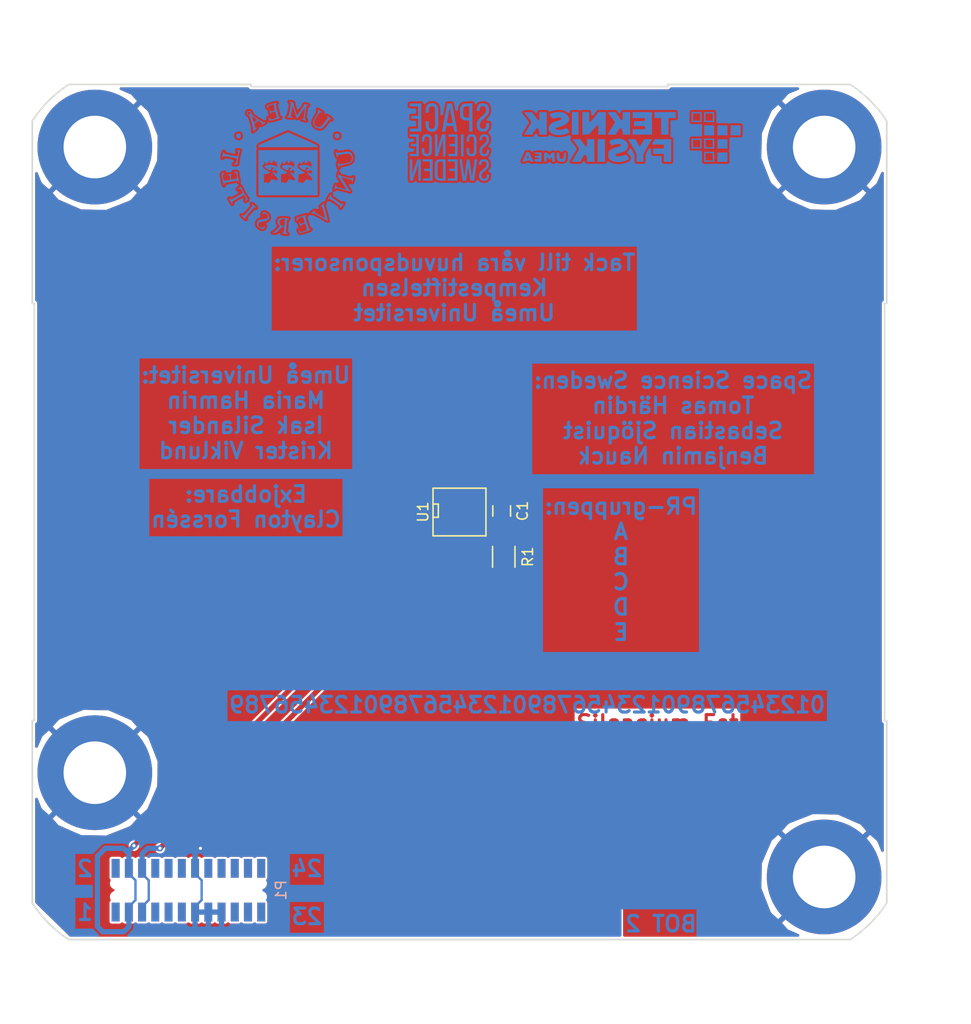
<source format=kicad_pcb>
(kicad_pcb (version 4) (host pcbnew 4.0.5+dfsg1-4)
  (layers (0 F.Cu signal) (31 B.Cu signal) (34 B.Paste user) (35 F.Paste user) (36 B.SilkS user) (37 F.SilkS user) (38 B.Mask user) (39 F.Mask user) (44 Edge.Cuts user))
  (net 0 "")
  (net 1 GND)
  (net 2 +3V3)
  (net 3 +24V)
  (net 4 "Net-(C1-Pad1)")
  (net 5 /ONEWIRE)
  (module SCUBE:M6_PTH (layer F.Cu) (at 65 125)
    (fp_text reference P8 hide)
    (fp_text value M6)
    (pad 1 thru_hole circle (at 0 0) (size 11 11) (drill 6) (layers *.Cu *.Mask) (net 1 GND))
  )
  (module SCUBE:M6_PTH (layer F.Cu) (at 65 65)
    (fp_text reference P9 hide)
    (fp_text value M6)
    (pad 1 thru_hole circle (at 0 0) (size 11 11) (drill 6) (layers *.Cu *.Mask) (net 1 GND))
  )
  (module SCUBE:M6_PTH (layer F.Cu) (at 135 65)
    (fp_text reference P10 hide)
    (fp_text value M6)
    (pad 1 thru_hole circle (at 0 0) (size 11 11) (drill 6) (layers *.Cu *.Mask) (net 1 GND))
  )
  (module SCUBE:M6_PTH (layer F.Cu) (at 135 135)
    (fp_text reference P11 hide)
    (fp_text value M6)
    (pad 1 thru_hole circle (at 0 0) (size 11 11) (drill 6) (layers *.Cu *.Mask) (net 1 GND))
  )
  (module HERE:teknisk_fysik (layer B.Cu) (at 116.5 64 180)
    (fp_text reference G*** hide)
    (fp_text value LOGO hide)
    (fp_poly (pts (xy 1.74796 -0.261054) (xy 1.975802 -0.333378) (xy 2.08878 -0.416908) (xy 2.098829 -0.529988) (xy 2.02273 -0.683359) (xy 1.9325 -0.812816) (xy 1.858688 -0.850371) (xy 1.752585 -0.813148) (xy 1.712177 -0.792549) (xy 1.524924 -0.729823) (xy 1.303822 -0.699118) (xy 1.273153 -0.6985) (xy 1.103954 -0.709891) (xy 1.029099 -0.753571) (xy 1.016 -0.815395) (xy 1.045777 -0.891011) (xy 1.151298 -0.950544) (xy 1.356843 -1.007099) (xy 1.381125 -1.012501) (xy 1.691472 -1.102695) (xy 1.948562 -1.219622) (xy 2.124988 -1.348858) (xy 2.184449 -1.435228) (xy 2.218193 -1.617205) (xy 2.215917 -1.842292) (xy 2.18047 -2.041262) (xy 2.157117 -2.099017) (xy 2.00979 -2.251993) (xy 1.770767 -2.365448) (xy 1.47133 -2.43156) (xy 1.142763 -2.442504) (xy 0.905967 -2.411884) (xy 0.672021 -2.348643) (xy 0.445811 -2.265088) (xy 0.415149 -2.251132) (xy 0.273368 -2.160608) (xy 0.240578 -2.061632) (xy 0.31742 -1.933991) (xy 0.428728 -1.824022) (xy 0.518892 -1.756901) (xy 0.609669 -1.748471) (xy 0.75315 -1.797027) (xy 0.789857 -1.812216) (xy 0.991077 -1.870603) (xy 1.203495 -1.893191) (xy 1.391621 -1.881493) (xy 1.519965 -1.837025) (xy 1.55575 -1.779529) (xy 1.536218 -1.720366) (xy 1.463287 -1.668244) (xy 1.315456 -1.613709) (xy 1.071221 -1.547304) (xy 0.971262 -1.522509) (xy 0.661968 -1.403931) (xy 0.44396 -1.228367) (xy 0.330709 -1.008741) (xy 0.3175 -0.895328) (xy 0.373879 -0.63613) (xy 0.53206 -0.430572) (xy 0.7756 -0.285943) (xy 1.088062 -0.209532) (xy 1.453004 -0.208629) (xy 1.74796 -0.261054)) (layer B.Cu) (width 0.01))
    (fp_poly (pts (xy -8.255 -2.413) (xy -9.2075 -2.413) (xy -9.2075 -1.524) (xy -8.255 -1.524) (xy -8.255 -2.413)) (layer B.Cu) (width 0.01))
    (fp_poly (pts (xy -6.985 -2.413) (xy -7.9375 -2.413) (xy -7.9375 -1.5875) (xy -7.8105 -1.5875) (xy -7.8105 -2.286) (xy -7.112 -2.286) (xy -7.112 -1.5875) (xy -7.8105 -1.5875) (xy -7.9375 -1.5875) (xy -7.9375 -1.4605) (xy -6.985 -1.4605) (xy -6.985 -2.413)) (layer B.Cu) (width 0.01))
    (fp_poly (pts (xy -2.25425 -0.255572) (xy -2.111375 -0.476145) (xy -2.022245 -0.620923) (xy -1.972348 -0.715903) (xy -1.9685 -0.729359) (xy -2.027273 -0.743734) (xy -2.1847 -0.754878) (xy -2.412448 -0.761174) (xy -2.54 -0.762) (xy -3.1115 -0.762) (xy -3.1115 -1.143) (xy -2.0955 -1.143) (xy -2.0955 -1.651) (xy -3.1115 -1.651) (xy -3.1115 -2.413) (xy -3.81 -2.413) (xy -3.81 -0.254) (xy -2.25425 -0.255572)) (layer B.Cu) (width 0.01))
    (fp_poly (pts (xy -1.611121 -0.2558) (xy -1.23825 -0.257601) (xy -1.024323 -0.610963) (xy -0.810396 -0.964324) (xy -0.692267 -0.784247) (xy -0.583471 -0.598039) (xy -0.501616 -0.429085) (xy -0.451197 -0.331336) (xy -0.379457 -0.278877) (xy -0.250285 -0.257753) (xy -0.048494 -0.254) (xy 0.332106 -0.254) (xy 0.231267 -0.407899) (xy 0.155381 -0.529056) (xy 0.035279 -0.726683) (xy -0.109022 -0.967691) (xy -0.188786 -1.10224) (xy -0.33905 -1.364102) (xy -0.433289 -1.55632) (xy -0.484294 -1.715987) (xy -0.504858 -1.880197) (xy -0.508 -2.02784) (xy -0.508 -2.413) (xy -1.143 -2.413) (xy -1.143 -2.031499) (xy -1.149432 -1.841793) (xy -1.177042 -1.681409) (xy -1.238307 -1.513878) (xy -1.345703 -1.302733) (xy -1.463416 -1.094874) (xy -1.610987 -0.84219) (xy -1.745376 -0.617377) (xy -1.847316 -0.452422) (xy -1.883912 -0.396875) (xy -1.983991 -0.253999) (xy -1.611121 -0.2558)) (layer B.Cu) (width 0.01))
    (fp_poly (pts (xy 3.2385 -2.413) (xy 2.54 -2.413) (xy 2.54 -0.254) (xy 3.2385 -0.254) (xy 3.2385 -2.413)) (layer B.Cu) (width 0.01))
    (fp_poly (pts (xy 4.2545 -0.635) (xy 4.261704 -0.835581) (xy 4.280431 -0.972902) (xy 4.302125 -1.014149) (xy 4.359899 -0.965455) (xy 4.468395 -0.838647) (xy 4.605591 -0.659715) (xy 4.624989 -0.633149) (xy 4.900229 -0.254) (xy 5.655029 -0.254) (xy 5.335764 -0.670545) (xy 5.187975 -0.872033) (xy 5.076519 -1.040495) (xy 5.020076 -1.147122) (xy 5.016663 -1.16267) (xy 5.036295 -1.230021) (xy 5.099296 -1.358779) (xy 5.21208 -1.560441) (xy 5.381065 -1.846501) (xy 5.599329 -2.206625) (xy 5.725358 -2.413) (xy 4.909683 -2.413) (xy 4.737943 -2.097456) (xy 4.632807 -1.917151) (xy 4.543248 -1.785744) (xy 4.502819 -1.742739) (xy 4.400344 -1.736585) (xy 4.315445 -1.833138) (xy 4.263487 -2.008125) (xy 4.2545 -2.135025) (xy 4.2545 -2.413) (xy 3.556 -2.413) (xy 3.556 -0.254) (xy 4.2545 -0.254) (xy 4.2545 -0.635)) (layer B.Cu) (width 0.01))
    (fp_poly (pts (xy 7.124317 -1.540642) (xy 7.161521 -1.610688) (xy 7.174576 -1.764317) (xy 7.1755 -1.863408) (xy 7.148787 -2.135175) (xy 7.058675 -2.306156) (xy 6.890203 -2.392967) (xy 6.680609 -2.413) (xy 6.484318 -2.393136) (xy 6.374851 -2.324779) (xy 6.352234 -2.290174) (xy 6.313519 -2.15571) (xy 6.289899 -1.953912) (xy 6.2865 -1.845674) (xy 6.29645 -1.644549) (xy 6.330971 -1.545555) (xy 6.38175 -1.524) (xy 6.450292 -1.569357) (xy 6.477029 -1.716722) (xy 6.477972 -1.762125) (xy 6.501356 -1.994653) (xy 6.575006 -2.120216) (xy 6.707723 -2.151887) (xy 6.738181 -2.14868) (xy 6.832218 -2.118966) (xy 6.881715 -2.040994) (xy 6.905302 -1.879552) (xy 6.909104 -1.825625) (xy 6.929961 -1.639044) (xy 6.970772 -1.548729) (xy 7.046039 -1.524061) (xy 7.051979 -1.524) (xy 7.124317 -1.540642)) (layer B.Cu) (width 0.01))
    (fp_poly (pts (xy 8.307267 -1.530808) (xy 8.354074 -1.569675) (xy 8.375647 -1.668262) (xy 8.381724 -1.854231) (xy 8.382 -1.9685) (xy 8.378573 -2.202098) (xy 8.363122 -2.335923) (xy 8.327886 -2.397131) (xy 8.265109 -2.412876) (xy 8.255 -2.413) (xy 8.167468 -2.388138) (xy 8.132151 -2.291083) (xy 8.128 -2.19075) (xy 8.107017 -2.024427) (xy 8.050443 -1.975139) (xy 7.967841 -2.046774) (xy 7.929701 -2.110071) (xy 7.853934 -2.251643) (xy 7.790763 -2.110071) (xy 7.714348 -1.988902) (xy 7.655383 -1.990047) (xy 7.623245 -2.109075) (xy 7.62 -2.19075) (xy 7.605793 -2.343929) (xy 7.550333 -2.405735) (xy 7.493 -2.413) (xy 7.426257 -2.401007) (xy 7.388021 -2.346927) (xy 7.370533 -2.223604) (xy 7.366035 -2.003882) (xy 7.366 -1.9685) (xy 7.368456 -1.736203) (xy 7.38223 -1.603245) (xy 7.416932 -1.541978) (xy 7.482169 -1.524752) (xy 7.52047 -1.524) (xy 7.665771 -1.572816) (xy 7.71525 -1.651) (xy 7.784855 -1.753948) (xy 7.844294 -1.778) (xy 7.941825 -1.727695) (xy 8.001 -1.651) (xy 8.119887 -1.54665) (xy 8.225484 -1.524) (xy 8.307267 -1.530808)) (layer B.Cu) (width 0.01))
    (fp_poly (pts (xy 9.176511 -1.534438) (xy 9.303367 -1.561366) (xy 9.3345 -1.5875) (xy 9.278165 -1.627263) (xy 9.137436 -1.64938) (xy 9.0805 -1.651) (xy 8.903886 -1.666728) (xy 8.831109 -1.718866) (xy 8.8265 -1.74625) (xy 8.867584 -1.811857) (xy 9.004445 -1.839433) (xy 9.085791 -1.8415) (xy 9.261088 -1.862839) (xy 9.322621 -1.912745) (xy 9.273484 -1.97005) (xy 9.116769 -2.013585) (xy 9.059716 -2.019958) (xy 8.886173 -2.052391) (xy 8.832503 -2.098207) (xy 8.895455 -2.139642) (xy 9.071779 -2.158934) (xy 9.085156 -2.159) (xy 9.251059 -2.168694) (xy 9.319501 -2.206715) (xy 9.322686 -2.270125) (xy 9.278196 -2.340684) (xy 9.15998 -2.38122) (xy 8.96878 -2.400443) (xy 8.636 -2.419636) (xy 8.636 -1.524) (xy 8.98525 -1.524) (xy 9.176511 -1.534438)) (layer B.Cu) (width 0.01))
    (fp_poly (pts (xy 10.057168 -1.507959) (xy 10.0965 -1.538064) (xy 10.121114 -1.610414) (xy 10.184441 -1.761943) (xy 10.270706 -1.95711) (xy 10.364135 -2.160378) (xy 10.448952 -2.336206) (xy 10.463711 -2.365375) (xy 10.428628 -2.400346) (xy 10.324041 -2.413) (xy 10.202197 -2.391903) (xy 10.16 -2.3495) (xy 10.104178 -2.307528) (xy 9.966917 -2.286548) (xy 9.93775 -2.286) (xy 9.790849 -2.301949) (xy 9.717419 -2.341166) (xy 9.7155 -2.3495) (xy 9.661 -2.396665) (xy 9.551458 -2.413) (xy 9.438871 -2.397618) (xy 9.411788 -2.365375) (xy 9.49293 -2.199461) (xy 9.585886 -1.998891) (xy 9.59943 -1.9685) (xy 9.8425 -1.9685) (xy 9.882204 -2.071928) (xy 9.93775 -2.0955) (xy 10.015321 -2.04256) (xy 10.033 -1.9685) (xy 9.993295 -1.865071) (xy 9.93775 -1.8415) (xy 9.860178 -1.894439) (xy 9.8425 -1.9685) (xy 9.59943 -1.9685) (xy 9.674882 -1.799202) (xy 9.744145 -1.635935) (xy 9.777898 -1.544628) (xy 9.779 -1.538064) (xy 9.833436 -1.5036) (xy 9.93775 -1.49225) (xy 10.057168 -1.507959)) (layer B.Cu) (width 0.01))
    (fp_poly (pts (xy -8.255 -1.143) (xy -9.2075 -1.143) (xy -9.2075 -0.254) (xy -8.255 -0.254) (xy -8.255 -1.143)) (layer B.Cu) (width 0.01))
    (fp_poly (pts (xy -6.985 -1.143) (xy -7.9375 -1.143) (xy -7.9375 -0.3175) (xy -7.8105 -0.3175) (xy -7.8105 -1.016) (xy -7.112 -1.016) (xy -7.112 -0.3175) (xy -7.8105 -0.3175) (xy -7.9375 -0.3175) (xy -7.9375 -0.1905) (xy -6.985 -0.1905) (xy -6.985 -1.143)) (layer B.Cu) (width 0.01))
    (fp_poly (pts (xy -5.7785 -1.143) (xy -6.731 -1.143) (xy -6.731 -0.3175) (xy -6.604 -0.3175) (xy -6.604 -1.016) (xy -5.9055 -1.016) (xy -5.9055 -0.3175) (xy -6.604 -0.3175) (xy -6.731 -0.3175) (xy -6.731 -0.1905) (xy -5.7785 -0.1905) (xy -5.7785 -1.143)) (layer B.Cu) (width 0.01))
    (fp_poly (pts (xy -9.525 0.127) (xy -10.4775 0.127) (xy -10.4775 1.0795) (xy -9.525 1.0795) (xy -9.525 0.127)) (layer B.Cu) (width 0.01))
    (fp_poly (pts (xy -8.255 0.127) (xy -9.2075 0.127) (xy -9.2075 1.0795) (xy -8.255 1.0795) (xy -8.255 0.127)) (layer B.Cu) (width 0.01))
    (fp_poly (pts (xy -6.985 0.127) (xy -7.9375 0.127) (xy -7.9375 1.0795) (xy -6.985 1.0795) (xy -6.985 0.127)) (layer B.Cu) (width 0.01))
    (fp_poly (pts (xy 7.314706 2.329518) (xy 7.640463 2.243144) (xy 7.699375 2.218431) (xy 7.824307 2.153254) (xy 7.859308 2.089505) (xy 7.807032 1.990672) (xy 7.723593 1.885535) (xy 7.626815 1.778986) (xy 7.538055 1.738484) (xy 7.407004 1.751784) (xy 7.289531 1.779895) (xy 7.019603 1.827852) (xy 6.821674 1.821985) (xy 6.713788 1.764247) (xy 6.69925 1.71603) (xy 6.71775 1.657898) (xy 6.787561 1.606747) (xy 6.930146 1.553217) (xy 7.16697 1.487947) (xy 7.296659 1.455531) (xy 7.585109 1.33749) (xy 7.790317 1.159493) (xy 7.905991 0.943786) (xy 7.925836 0.712614) (xy 7.843562 0.488223) (xy 7.652876 0.292857) (xy 7.629944 0.277303) (xy 7.430972 0.198952) (xy 7.153768 0.155123) (xy 6.842797 0.147555) (xy 6.542524 0.177991) (xy 6.35 0.227191) (xy 6.114413 0.321259) (xy 5.990955 0.404819) (xy 5.968028 0.496018) (xy 6.034035 0.613003) (xy 6.073259 0.660246) (xy 6.183066 0.776897) (xy 6.268631 0.809334) (xy 6.388345 0.769782) (xy 6.452418 0.739621) (xy 6.652121 0.672277) (xy 6.871743 0.639386) (xy 7.072547 0.641683) (xy 7.215798 0.679901) (xy 7.259685 0.724316) (xy 7.253907 0.789158) (xy 7.173445 0.851475) (xy 7.002616 0.918839) (xy 6.725737 0.998827) (xy 6.650739 1.01843) (xy 6.400266 1.123811) (xy 6.183392 1.287836) (xy 6.029776 1.481603) (xy 5.969077 1.676211) (xy 5.969 1.682751) (xy 6.025148 1.875356) (xy 6.172345 2.068546) (xy 6.378716 2.230976) (xy 6.612389 2.331304) (xy 6.63348 2.336176) (xy 6.955648 2.363113) (xy 7.314706 2.329518)) (layer B.Cu) (width 0.01))
    (fp_poly (pts (xy -2.2225 1.778) (xy -2.8575 1.778) (xy -2.8575 0.1905) (xy -3.556 0.1905) (xy -3.556 1.778) (xy -4.2545 1.778) (xy -4.2545 2.3495) (xy -2.2225 2.3495) (xy -2.2225 1.778)) (layer B.Cu) (width 0.01))
    (fp_poly (pts (xy -0.127 1.778) (xy -0.734667 1.778) (xy -1.015169 1.776718) (xy -1.191537 1.769164) (xy -1.286635 1.749776) (xy -1.323328 1.712992) (xy -1.324479 1.653252) (xy -1.322042 1.635125) (xy -1.302837 1.564503) (xy -1.252193 1.520441) (xy -1.14371 1.495113) (xy -0.950988 1.480693) (xy -0.777875 1.473807) (xy -0.254 1.455364) (xy -0.254 1.016) (xy -0.79375 1.016) (xy -1.055123 1.014543) (xy -1.21464 1.00524) (xy -1.297445 0.980696) (xy -1.328684 0.933517) (xy -1.3335 0.85725) (xy -1.329311 0.783707) (xy -1.300885 0.737325) (xy -1.224431 0.711843) (xy -1.076163 0.701002) (xy -0.832291 0.698541) (xy -0.73025 0.6985) (xy -0.127 0.6985) (xy -0.127 0.1905) (xy -1.9685 0.1905) (xy -1.9685 2.3495) (xy -0.127 2.3495) (xy -0.127 1.778)) (layer B.Cu) (width 0.01))
    (fp_poly (pts (xy 2.198502 2.341765) (xy 2.239807 2.306443) (xy 2.212396 2.227348) (xy 2.114339 2.087381) (xy 1.943711 1.869437) (xy 1.849927 1.750515) (xy 1.572604 1.397711) (xy 1.8447 0.936981) (xy 1.983076 0.704171) (xy 2.107248 0.497887) (xy 2.194985 0.354998) (xy 2.208701 0.333375) (xy 2.254055 0.255057) (xy 2.246769 0.212343) (xy 2.164252 0.194438) (xy 1.983911 0.190548) (xy 1.90968 0.1905) (xy 1.518754 0.1905) (xy 1.321385 0.508) (xy 1.208875 0.67789) (xy 1.119366 0.793105) (xy 1.07985 0.8255) (xy 0.981029 0.770403) (xy 0.889678 0.635717) (xy 0.832729 0.467357) (xy 0.8255 0.391875) (xy 0.8255 0.1905) (xy 0.127 0.1905) (xy 0.127 2.3495) (xy 0.8255 2.3495) (xy 0.8255 1.931459) (xy 0.833012 1.69966) (xy 0.862116 1.574301) (xy 0.922662 1.555971) (xy 1.024501 1.64526) (xy 1.177483 1.842756) (xy 1.258835 1.95737) (xy 1.53342 2.3495) (xy 1.917455 2.349501) (xy 2.090409 2.350417) (xy 2.198502 2.341765)) (layer B.Cu) (width 0.01))
    (fp_poly (pts (xy 3.530541 1.87325) (xy 3.699909 1.667171) (xy 3.8475 1.505993) (xy 3.952109 1.411994) (xy 3.983793 1.397) (xy 4.028616 1.440603) (xy 4.054528 1.58071) (xy 4.063878 1.831269) (xy 4.064 1.87325) (xy 4.064 2.3495) (xy 4.699 2.3495) (xy 4.699 0.1905) (xy 4.387093 0.1905) (xy 4.241542 0.193763) (xy 4.132424 0.215532) (xy 4.032853 0.273781) (xy 3.915943 0.386482) (xy 3.754808 0.571606) (xy 3.674649 0.66675) (xy 3.499318 0.869579) (xy 3.35211 1.029421) (xy 3.253005 1.125135) (xy 3.224556 1.143) (xy 3.200868 1.084689) (xy 3.183345 0.930442) (xy 3.175216 0.71129) (xy 3.175 0.66675) (xy 3.175 0.1905) (xy 2.4765 0.1905) (xy 2.4765 2.3495) (xy 3.157495 2.3495) (xy 3.530541 1.87325)) (layer B.Cu) (width 0.01))
    (fp_poly (pts (xy 5.715 0.1905) (xy 5.08 0.1905) (xy 5.08 2.3495) (xy 5.715 2.3495) (xy 5.715 0.1905)) (layer B.Cu) (width 0.01))
    (fp_poly (pts (xy 8.8265 1.93675) (xy 8.835077 1.726565) (xy 8.85752 1.577904) (xy 8.887633 1.524) (xy 8.950622 1.572956) (xy 9.060051 1.702072) (xy 9.193613 1.884729) (xy 9.210164 1.908924) (xy 9.348994 2.101816) (xy 9.470147 2.249814) (xy 9.549211 2.323313) (xy 9.553474 2.32528) (xy 9.660581 2.339738) (xy 9.844141 2.342099) (xy 9.968048 2.337232) (xy 10.300708 2.31775) (xy 9.944604 1.883871) (xy 9.785232 1.683625) (xy 9.662705 1.518124) (xy 9.595645 1.413042) (xy 9.5885 1.392979) (xy 9.620112 1.312807) (xy 9.702345 1.161518) (xy 9.799119 1.001359) (xy 9.941516 0.773475) (xy 10.081434 0.546928) (xy 10.153548 0.428625) (xy 10.297358 0.1905) (xy 9.525976 0.1905) (xy 9.319113 0.50686) (xy 9.199944 0.67586) (xy 9.102135 0.791096) (xy 9.05575 0.82436) (xy 8.958182 0.769886) (xy 8.875955 0.630348) (xy 8.831264 0.447495) (xy 8.828519 0.396875) (xy 8.8265 0.1905) (xy 8.128 0.1905) (xy 8.128 2.3495) (xy 8.8265 2.3495) (xy 8.8265 1.93675)) (layer B.Cu) (width 0.01))
    (fp_poly (pts (xy -6.985 1.397) (xy -7.9375 1.397) (xy -7.9375 2.2225) (xy -7.8105 2.2225) (xy -7.8105 1.524) (xy -7.112 1.524) (xy -7.112 2.2225) (xy -7.8105 2.2225) (xy -7.9375 2.2225) (xy -7.9375 2.3495) (xy -6.985 2.3495) (xy -6.985 1.397)) (layer B.Cu) (width 0.01))
    (fp_poly (pts (xy -5.7785 1.397) (xy -6.731 1.397) (xy -6.731 2.2225) (xy -6.604 2.2225) (xy -6.604 1.524) (xy -5.9055 1.524) (xy -5.9055 2.2225) (xy -6.604 2.2225) (xy -6.731 2.2225) (xy -6.731 2.3495) (xy -5.7785 2.3495) (xy -5.7785 1.397)) (layer B.Cu) (width 0.01))
  )
  (module HERE:umu_logo (layer B.Cu) (at 83.5 67 180)
    (fp_text reference G*** hide)
    (fp_text value LOGO hide)
    (fp_poly (pts (xy 0.677138 -4.819301) (xy 0.757406 -4.833538) (xy 0.811814 -4.862511) (xy 0.859952 -4.910328) (xy 0.873707 -4.926178) (xy 0.959241 -5.077782) (xy 0.960426 -5.234838) (xy 0.87732 -5.396192) (xy 0.847655 -5.432239) (xy 0.721644 -5.575757) (xy 0.962207 -5.841588) (xy 1.09039 -5.973061) (xy 1.215208 -6.084004) (xy 1.313969 -6.154637) (xy 1.331635 -6.163552) (xy 1.4605 -6.219685) (xy 1.270529 -6.221342) (xy 1.179457 -6.21853) (xy 1.106264 -6.200617) (xy 1.032599 -6.156171) (xy 0.940109 -6.073758) (xy 0.810443 -5.941944) (xy 0.793067 -5.923881) (xy 0.642111 -5.773696) (xy 0.532331 -5.682211) (xy 0.452895 -5.641312) (xy 0.411538 -5.638131) (xy 0.358011 -5.653384) (xy 0.332253 -5.693816) (xy 0.327294 -5.781172) (xy 0.332624 -5.884333) (xy 0.356306 -6.081984) (xy 0.399034 -6.205306) (xy 0.464672 -6.263263) (xy 0.498906 -6.270201) (xy 0.51591 -6.278843) (xy 0.470164 -6.294589) (xy 0.382839 -6.313323) (xy 0.275102 -6.330931) (xy 0.168125 -6.343295) (xy 0.105833 -6.346619) (xy -0.021167 -6.348117) (xy 0.076146 -6.273237) (xy 0.11762 -6.23838) (xy 0.143644 -6.199258) (xy 0.155764 -6.139285) (xy 0.155525 -6.04187) (xy 0.144475 -5.890427) (xy 0.128334 -5.713261) (xy 0.102392 -5.442338) (xy 0.080627 -5.243715) (xy 0.060307 -5.105306) (xy 0.038704 -5.015027) (xy 0.013087 -4.960793) (xy -0.019275 -4.930518) (xy -0.051908 -4.915409) (xy -0.110773 -4.882153) (xy -0.089129 -4.857185) (xy 0.254 -4.857185) (xy 0.254465 -5.063842) (xy 0.260553 -5.2278) (xy 0.275212 -5.387698) (xy 0.28131 -5.430103) (xy 0.303077 -5.533043) (xy 0.340112 -5.572656) (xy 0.420127 -5.56936) (xy 0.46076 -5.562324) (xy 0.585172 -5.526165) (xy 0.682195 -5.474965) (xy 0.687916 -5.470243) (xy 0.744949 -5.371989) (xy 0.763891 -5.234478) (xy 0.745274 -5.093798) (xy 0.689634 -4.986034) (xy 0.680619 -4.97714) (xy 0.585982 -4.92366) (xy 0.455446 -4.885021) (xy 0.426619 -4.880338) (xy 0.254 -4.857185) (xy -0.089129 -4.857185) (xy -0.087963 -4.855841) (xy 0.017287 -4.836293) (xy 0.205741 -4.823331) (xy 0.360657 -4.818607) (xy 0.551418 -4.815693) (xy 0.677138 -4.819301)) (layer B.Cu) (width 0.01))
    (fp_poly (pts (xy -1.774343 -4.519429) (xy -1.670461 -4.546339) (xy -1.525066 -4.587766) (xy -1.357622 -4.637771) (xy -1.187595 -4.690414) (xy -1.034454 -4.739755) (xy -0.917662 -4.779856) (xy -0.856687 -4.804775) (xy -0.853222 -4.807118) (xy -0.851225 -4.852659) (xy -0.866257 -4.945707) (xy -0.867783 -4.952769) (xy -0.896956 -5.085593) (xy -0.967062 -4.947734) (xy -1.055795 -4.833179) (xy -1.196677 -4.757899) (xy -1.21848 -4.750444) (xy -1.339956 -4.71846) (xy -1.431899 -4.708038) (xy -1.452626 -4.711287) (xy -1.494138 -4.76054) (xy -1.541438 -4.862659) (xy -1.585894 -4.990326) (xy -1.618872 -5.116223) (xy -1.631741 -5.213032) (xy -1.622924 -5.250191) (xy -1.561314 -5.282639) (xy -1.455244 -5.319242) (xy -1.433448 -5.325356) (xy -1.320919 -5.346207) (xy -1.244297 -5.325351) (xy -1.184144 -5.276373) (xy -1.121767 -5.223894) (xy -1.106859 -5.233494) (xy -1.112927 -5.25551) (xy -1.139659 -5.338196) (xy -1.177719 -5.461534) (xy -1.191517 -5.507275) (xy -1.225719 -5.612865) (xy -1.246996 -5.644956) (xy -1.263812 -5.611971) (xy -1.27041 -5.585765) (xy -1.325877 -5.48989) (xy -1.448628 -5.411117) (xy -1.595732 -5.357642) (xy -1.646903 -5.350598) (xy -1.685471 -5.376539) (xy -1.722466 -5.451074) (xy -1.768914 -5.589808) (xy -1.776051 -5.612821) (xy -1.82369 -5.785917) (xy -1.830605 -5.900262) (xy -1.786645 -5.97606) (xy -1.681659 -6.033514) (xy -1.54036 -6.081916) (xy -1.408751 -6.121146) (xy -1.326763 -6.132325) (xy -1.263432 -6.113363) (xy -1.18779 -6.062173) (xy -1.181788 -6.057738) (xy -1.094717 -6.000091) (xy -1.040563 -5.97676) (xy -1.035057 -5.978165) (xy -1.045963 -6.01872) (xy -1.090771 -6.095836) (xy -1.149722 -6.180585) (xy -1.203062 -6.244034) (xy -1.227667 -6.260214) (xy -1.273571 -6.246316) (xy -1.384223 -6.210865) (xy -1.543994 -6.158919) (xy -1.737256 -6.095537) (xy -1.778 -6.082115) (xy -1.996152 -6.007919) (xy -2.13767 -5.953998) (xy -2.207528 -5.918077) (xy -2.210701 -5.897878) (xy -2.190734 -5.893188) (xy -2.1355 -5.883457) (xy -2.091397 -5.862044) (xy -2.052514 -5.817201) (xy -2.012942 -5.737178) (xy -1.96677 -5.610227) (xy -1.908089 -5.424597) (xy -1.837979 -5.19191) (xy -1.77291 -4.972327) (xy -1.730603 -4.819549) (xy -1.70911 -4.719397) (xy -1.706486 -4.657693) (xy -1.720785 -4.620261) (xy -1.750061 -4.592923) (xy -1.755239 -4.589098) (xy -1.810187 -4.537809) (xy -1.817243 -4.512975) (xy -1.774343 -4.519429)) (layer B.Cu) (width 0.01))
    (fp_poly (pts (xy 2.318099 -4.259551) (xy 2.375487 -4.322433) (xy 2.439702 -4.418782) (xy 2.447155 -4.463021) (xy 2.398537 -4.45012) (xy 2.361247 -4.426233) (xy 2.214108 -4.365801) (xy 2.070464 -4.389265) (xy 1.966575 -4.464242) (xy 1.881467 -4.57681) (xy 1.875339 -4.678209) (xy 1.948191 -4.787777) (xy 1.966575 -4.806757) (xy 2.046901 -4.870248) (xy 2.143645 -4.901587) (xy 2.289001 -4.910612) (xy 2.306602 -4.910666) (xy 2.566874 -4.936627) (xy 2.76084 -5.014374) (xy 2.888028 -5.143705) (xy 2.900768 -5.166474) (xy 2.951114 -5.342658) (xy 2.923544 -5.510286) (xy 2.824793 -5.659075) (xy 2.661593 -5.778745) (xy 2.448417 -5.857196) (xy 2.361237 -5.861922) (xy 2.285045 -5.817138) (xy 2.224427 -5.751903) (xy 2.149015 -5.652025) (xy 2.137741 -5.607076) (xy 2.191147 -5.616523) (xy 2.302316 -5.675414) (xy 2.470215 -5.739339) (xy 2.621763 -5.720876) (xy 2.752743 -5.629256) (xy 2.825798 -5.506483) (xy 2.81813 -5.375068) (xy 2.732586 -5.251293) (xy 2.651713 -5.194362) (xy 2.539661 -5.156051) (xy 2.373287 -5.129343) (xy 2.307166 -5.122333) (xy 2.076774 -5.086175) (xy 1.919255 -5.025503) (xy 1.824513 -4.93265) (xy 1.782446 -4.799954) (xy 1.778 -4.720707) (xy 1.817719 -4.542724) (xy 1.932333 -4.395047) (xy 2.115027 -4.285806) (xy 2.15538 -4.270585) (xy 2.255995 -4.243163) (xy 2.318099 -4.259551)) (layer B.Cu) (width 0.01))
    (fp_poly (pts (xy -3.443981 -3.440689) (xy -3.320965 -3.545234) (xy -3.302149 -3.562165) (xy -3.202158 -3.655647) (xy -3.161249 -3.705437) (xy -3.173501 -3.722089) (xy -3.214029 -3.719178) (xy -3.253643 -3.713043) (xy -3.283905 -3.715683) (xy -3.309707 -3.73844) (xy -3.335945 -3.792652) (xy -3.367511 -3.889661) (xy -3.409298 -4.040806) (xy -3.466201 -4.257428) (xy -3.496743 -4.374324) (xy -3.540757 -4.549707) (xy -3.572917 -4.691948) (xy -3.589355 -4.783021) (xy -3.589488 -4.806623) (xy -3.550777 -4.791803) (xy -3.455254 -4.743867) (xy -3.319466 -4.671963) (xy -3.159965 -4.585242) (xy -2.993299 -4.492852) (xy -2.836018 -4.403941) (xy -2.704672 -4.327659) (xy -2.615811 -4.273155) (xy -2.587724 -4.252834) (xy -2.596386 -4.211084) (xy -2.624667 -4.169833) (xy -2.665489 -4.10486) (xy -2.643707 -4.088677) (xy -2.5657 -4.120985) (xy -2.474094 -4.176885) (xy -2.336787 -4.27081) (xy -2.26825 -4.326395) (xy -2.26441 -4.348452) (xy -2.321194 -4.341794) (xy -2.337878 -4.337833) (xy -2.440214 -4.346215) (xy -2.607105 -4.404625) (xy -2.835786 -4.511746) (xy -3.123492 -4.666262) (xy -3.467457 -4.866856) (xy -3.537902 -4.909437) (xy -3.674802 -4.99038) (xy -3.783521 -5.050532) (xy -3.84427 -5.079046) (xy -3.849052 -5.08) (xy -3.848085 -5.041378) (xy -3.827054 -4.93398) (xy -3.78892 -4.770505) (xy -3.736643 -4.563651) (xy -3.67386 -4.328583) (xy -3.597989 -4.045325) (xy -3.545132 -3.832122) (xy -3.513212 -3.678167) (xy -3.500154 -3.572651) (xy -3.503881 -3.504765) (xy -3.511227 -3.481916) (xy -3.534985 -3.410615) (xy -3.513945 -3.396344) (xy -3.443981 -3.440689)) (layer B.Cu) (width 0.01))
    (fp_poly (pts (xy 3.423688 -3.469478) (xy 3.39598 -3.538393) (xy 3.389259 -3.551155) (xy 3.374483 -3.59787) (xy 3.386441 -3.652475) (xy 3.433375 -3.729018) (xy 3.523527 -3.841549) (xy 3.634896 -3.96987) (xy 3.829171 -4.18975) (xy 3.976086 -4.353279) (xy 4.084025 -4.467834) (xy 4.161374 -4.540791) (xy 4.216515 -4.579524) (xy 4.257835 -4.59141) (xy 4.293717 -4.583826) (xy 4.318847 -4.571546) (xy 4.402003 -4.534856) (xy 4.419984 -4.547376) (xy 4.374414 -4.606294) (xy 4.266916 -4.708796) (xy 4.21162 -4.757337) (xy 4.099881 -4.848558) (xy 4.017562 -4.905762) (xy 3.980125 -4.918415) (xy 3.979333 -4.915604) (xy 4.010223 -4.855818) (xy 4.021666 -4.847166) (xy 4.051951 -4.818255) (xy 4.053778 -4.776589) (xy 4.020711 -4.711214) (xy 3.946312 -4.611177) (xy 3.824147 -4.465525) (xy 3.741343 -4.370111) (xy 3.552455 -4.155516) (xy 3.409254 -3.998476) (xy 3.303113 -3.891597) (xy 3.225406 -3.827484) (xy 3.167506 -3.79874) (xy 3.120787 -3.797973) (xy 3.088873 -3.810781) (xy 3.022341 -3.840012) (xy 3.015791 -3.823241) (xy 3.070872 -3.75786) (xy 3.189234 -3.641261) (xy 3.206395 -3.625001) (xy 3.331679 -3.511659) (xy 3.403182 -3.460192) (xy 3.423688 -3.469478)) (layer B.Cu) (width 0.01))
    (fp_poly (pts (xy -4.138962 -2.572555) (xy -4.078521 -2.654966) (xy -4.004683 -2.764352) (xy -3.932415 -2.877833) (xy -3.876686 -2.972527) (xy -3.852463 -3.025553) (xy -3.852334 -3.027192) (xy -3.878211 -3.028642) (xy -3.932828 -2.988276) (xy -3.967175 -2.962472) (xy -4.005969 -2.954256) (xy -4.061278 -2.969279) (xy -4.145174 -3.013194) (xy -4.269726 -3.091651) (xy -4.447003 -3.210304) (xy -4.536078 -3.270759) (xy -4.741435 -3.412148) (xy -4.885694 -3.517108) (xy -4.97908 -3.594832) (xy -5.031821 -3.654513) (xy -5.054141 -3.705345) (xy -5.057165 -3.73921) (xy -5.063287 -3.821625) (xy -5.078332 -3.850719) (xy -5.111882 -3.817568) (xy -5.177528 -3.732373) (xy -5.258086 -3.617886) (xy -5.331703 -3.50179) (xy -5.374466 -3.418788) (xy -5.377224 -3.38667) (xy -5.377001 -3.386666) (xy -5.321508 -3.417348) (xy -5.312834 -3.429) (xy -5.278798 -3.460323) (xy -5.224748 -3.462876) (xy -5.14085 -3.432084) (xy -5.017267 -3.363378) (xy -4.844163 -3.252184) (xy -4.652535 -3.122083) (xy -4.45429 -2.984477) (xy -4.316364 -2.884191) (xy -4.228657 -2.811539) (xy -4.181068 -2.756836) (xy -4.163498 -2.710396) (xy -4.165846 -2.662532) (xy -4.166952 -2.656416) (xy -4.177251 -2.572596) (xy -4.171038 -2.54) (xy -4.138962 -2.572555)) (layer B.Cu) (width 0.01))
    (fp_poly (pts (xy 4.536223 -1.827209) (xy 4.643139 -1.90327) (xy 4.699 -1.94857) (xy 4.804833 -2.036882) (xy 4.671813 -2.010913) (xy 4.570025 -2.004504) (xy 4.49911 -2.048009) (xy 4.455566 -2.103722) (xy 4.379439 -2.211873) (xy 4.331444 -2.292924) (xy 4.318522 -2.358009) (xy 4.347617 -2.41826) (xy 4.425671 -2.484813) (xy 4.559626 -2.5688) (xy 4.756425 -2.681355) (xy 4.84822 -2.733415) (xy 5.066167 -2.856447) (xy 5.223149 -2.94165) (xy 5.33134 -2.993837) (xy 5.402919 -3.017824) (xy 5.450062 -3.018426) (xy 5.484946 -3.000455) (xy 5.497231 -2.990022) (xy 5.567399 -2.936596) (xy 5.603701 -2.921) (xy 5.600164 -2.953433) (xy 5.562539 -3.037093) (xy 5.501789 -3.151522) (xy 5.428876 -3.27626) (xy 5.354763 -3.390848) (xy 5.342843 -3.407833) (xy 5.301356 -3.461524) (xy 5.294558 -3.445335) (xy 5.308487 -3.378407) (xy 5.313491 -3.319108) (xy 5.293907 -3.262121) (xy 5.240775 -3.20009) (xy 5.145137 -3.12566) (xy 4.998037 -3.031476) (xy 4.790515 -2.910183) (xy 4.623042 -2.815596) (xy 4.437325 -2.712479) (xy 4.310953 -2.646786) (xy 4.229817 -2.613832) (xy 4.179808 -2.608934) (xy 4.146816 -2.627408) (xy 4.126935 -2.650889) (xy 4.041423 -2.801602) (xy 4.002328 -2.953745) (xy 4.016366 -3.078963) (xy 4.022497 -3.091886) (xy 4.057003 -3.174979) (xy 4.040317 -3.194273) (xy 3.976813 -3.14985) (xy 3.915339 -3.089818) (xy 3.841847 -3.006394) (xy 3.823718 -2.956498) (xy 3.85386 -2.916491) (xy 3.861518 -2.910343) (xy 3.913495 -2.849683) (xy 3.99078 -2.735467) (xy 4.084078 -2.584258) (xy 4.184094 -2.412622) (xy 4.281533 -2.237124) (xy 4.367101 -2.074327) (xy 4.431503 -1.940797) (xy 4.465443 -1.853099) (xy 4.467655 -1.830114) (xy 4.475136 -1.801496) (xy 4.536223 -1.827209)) (layer B.Cu) (width 0.01))
    (fp_poly (pts (xy 2.794 -2.624666) (xy -2.878667 -2.624666) (xy -2.878667 0.321182) (xy -2.401274 0.321182) (xy -2.340611 0.294016) (xy -2.337064 0.292653) (xy -2.26991 0.25371) (xy -2.272843 0.196311) (xy -2.287578 0.166387) (xy -2.317486 0.079782) (xy -2.291325 0.052043) (xy -2.21868 0.088574) (xy -2.190584 0.111699) (xy -1.99124 0.233072) (xy -1.747579 0.292615) (xy -1.475739 0.287774) (xy -1.30328 0.252197) (xy -1.172317 0.20268) (xy -1.116381 0.144453) (xy -1.136789 0.072998) (xy -1.234854 -0.016206) (xy -1.411891 -0.127678) (xy -1.414177 -0.128985) (xy -1.560411 -0.200793) (xy -1.656885 -0.212176) (xy -1.717694 -0.158306) (xy -1.756934 -0.034351) (xy -1.76174 -0.009903) (xy -1.78349 0.084596) (xy -1.806573 0.10671) (xy -1.843454 0.067985) (xy -1.844418 0.06667) (xy -1.925341 0.01351) (xy -1.986558 0.02018) (xy -2.057095 0.025518) (xy -2.074334 0.002853) (xy -2.049407 -0.040593) (xy -2.039983 -0.042333) (xy -1.981612 -0.071156) (xy -1.904961 -0.137455) (xy -1.84118 -0.210978) (xy -1.820334 -0.255649) (xy -1.853191 -0.293908) (xy -1.932135 -0.2989) (xy -2.027721 -0.275614) (xy -2.110504 -0.22904) (xy -2.135433 -0.202247) (xy -2.182565 -0.143297) (xy -2.199834 -0.153392) (xy -2.201334 -0.182128) (xy -2.237243 -0.25018) (xy -2.313433 -0.298715) (xy -2.388362 -0.332559) (xy -2.390966 -0.362631) (xy -2.348888 -0.397379) (xy -2.294915 -0.475334) (xy -2.300318 -0.526582) (xy -2.30978 -0.579294) (xy -2.296613 -0.583388) (xy -2.147334 -0.512339) (xy -2.014894 -0.459385) (xy -1.922212 -0.433156) (xy -1.897219 -0.432982) (xy -1.905826 -0.467498) (xy -1.962969 -0.549166) (xy -2.058336 -0.664268) (xy -2.135803 -0.750371) (xy -2.264642 -0.892139) (xy -2.342795 -0.988031) (xy -2.378771 -1.052708) (xy -2.381078 -1.10083) (xy -2.362295 -1.140674) (xy -2.320821 -1.19691) (xy -2.273027 -1.220629) (xy -2.197948 -1.211974) (xy -2.074618 -1.17109) (xy -2.00025 -1.143151) (xy -1.880211 -1.103035) (xy -1.799512 -1.086613) (xy -1.778 -1.093219) (xy -1.750053 -1.15208) (xy -1.680336 -1.242739) (xy -1.590039 -1.342379) (xy -1.500349 -1.428184) (xy -1.432456 -1.477337) (xy -1.417269 -1.481666) (xy -1.35032 -1.450026) (xy -1.299518 -1.396075) (xy -1.249157 -1.338925) (xy -1.208322 -1.350417) (xy -1.186101 -1.374909) (xy -1.113184 -1.429257) (xy -1.072784 -1.439333) (xy -1.044891 -1.423816) (xy -1.02844 -1.368166) (xy -1.021852 -1.258734) (xy -1.023548 -1.081871) (xy -1.025051 -1.026583) (xy -1.037167 -0.613833) (xy -1.222708 -0.600541) (xy -1.35963 -0.57648) (xy -1.486489 -0.531052) (xy -1.57784 -0.475705) (xy -1.608667 -0.4269) (xy -1.574003 -0.393224) (xy -1.485705 -0.33985) (xy -1.422868 -0.307602) (xy -1.256068 -0.211967) (xy -1.107981 -0.10094) (xy -0.995727 0.010092) (xy -0.936426 0.105741) (xy -0.931334 0.134169) (xy -0.955652 0.24317) (xy -0.993866 0.321012) (xy -0.749704 0.321012) (xy -0.689357 0.293892) (xy -0.687917 0.293338) (xy -0.611659 0.255114) (xy -0.599681 0.20541) (xy -0.63649 0.124217) (xy -0.651058 0.056643) (xy -0.618103 0.041802) (xy -0.568776 0.089075) (xy -0.494212 0.152207) (xy -0.364187 0.214078) (xy -0.207413 0.264285) (xy -0.052602 0.292424) (xy 0 0.295168) (xy 0.183173 0.283156) (xy 0.348316 0.249927) (xy 0.473381 0.201711) (xy 0.536322 0.144736) (xy 0.536816 0.143497) (xy 0.534232 0.084644) (xy 0.476639 0.01779) (xy 0.355351 -0.064695) (xy 0.205148 -0.147839) (xy 0.086333 -0.205955) (xy 0.016571 -0.224061) (xy -0.027551 -0.205926) (xy -0.044402 -0.188008) (xy -0.084592 -0.100294) (xy -0.101384 0.001049) (xy -0.115924 0.099485) (xy -0.145526 0.122814) (xy -0.183434 0.06643) (xy -0.186366 0.05901) (xy -0.236256 0.011566) (xy -0.317895 0.017483) (xy -0.397884 0.02333) (xy -0.423334 0.000807) (xy -0.391614 -0.040951) (xy -0.381 -0.042333) (xy -0.322599 -0.069657) (xy -0.254 -0.127) (xy -0.191847 -0.202816) (xy -0.169334 -0.254) (xy -0.201671 -0.291947) (xy -0.279589 -0.294044) (xy -0.37445 -0.265179) (xy -0.457614 -0.210244) (xy -0.464018 -0.203684) (xy -0.52441 -0.146555) (xy -0.547834 -0.152509) (xy -0.550334 -0.181028) (xy -0.584234 -0.253711) (xy -0.64072 -0.299394) (xy -0.698595 -0.343402) (xy -0.680171 -0.379185) (xy -0.676983 -0.381217) (xy -0.642523 -0.445521) (xy -0.646766 -0.506084) (xy -0.654838 -0.57092) (xy -0.642253 -0.582268) (xy -0.503367 -0.515024) (xy -0.37158 -0.463041) (xy -0.27273 -0.435746) (xy -0.239477 -0.435303) (xy -0.24578 -0.470183) (xy -0.302107 -0.550987) (xy -0.398202 -0.664187) (xy -0.477353 -0.748965) (xy -0.608323 -0.885816) (xy -0.688397 -0.976667) (xy -0.72548 -1.036437) (xy -0.727474 -1.080046) (xy -0.702285 -1.122414) (xy -0.685994 -1.142817) (xy -0.607782 -1.239405) (xy -0.134196 -1.062213) (xy -0.061495 -1.17669) (xy 0.043037 -1.322292) (xy 0.143011 -1.428465) (xy 0.222923 -1.47941) (xy 0.237812 -1.481666) (xy 0.302364 -1.450217) (xy 0.347904 -1.401184) (xy 0.400167 -1.346775) (xy 0.457292 -1.360653) (xy 0.485396 -1.380017) (xy 0.56206 -1.42653) (xy 0.600757 -1.439333) (xy 0.615131 -1.399993) (xy 0.626534 -1.293918) (xy 0.633516 -1.139027) (xy 0.635 -1.016) (xy 0.635 -0.592666) (xy 0.44301 -0.592666) (xy 0.302832 -0.576413) (xy 0.172538 -0.534837) (xy 0.077331 -0.478717) (xy 0.042333 -0.421317) (xy 0.077052 -0.381862) (xy 0.122776 -0.361173) (xy 0.197396 -0.326126) (xy 0.316962 -0.258325) (xy 0.456112 -0.172184) (xy 0.461443 -0.168744) (xy 0.598547 -0.075371) (xy 0.676982 -0.005265) (xy 0.712186 0.059252) (xy 0.719666 0.126985) (xy 0.699701 0.22388) (xy 0.6519 0.338667) (xy 0.910166 0.338667) (xy 0.919288 0.30204) (xy 0.947503 0.296334) (xy 1.025091 0.267369) (xy 1.039903 0.190357) (xy 1.016468 0.127875) (xy 1.000596 0.057935) (xy 1.032616 0.041417) (xy 1.082224 0.089075) (xy 1.158271 0.153505) (xy 1.290696 0.215508) (xy 1.451538 0.265224) (xy 1.612835 0.292791) (xy 1.667255 0.295404) (xy 1.84945 0.283716) (xy 2.016446 0.251156) (xy 2.146018 0.203936) (xy 2.215941 0.148273) (xy 2.219383 0.141025) (xy 2.197311 0.092329) (xy 2.12039 0.018158) (xy 2.008353 -0.066895) (xy 1.880935 -0.148234) (xy 1.757871 -0.211265) (xy 1.725729 -0.224067) (xy 1.650082 -0.214445) (xy 1.593519 -0.137291) (xy 1.567051 -0.009355) (xy 1.566333 0.018384) (xy 1.55218 0.099263) (xy 1.524 0.127) (xy 1.48729 0.092365) (xy 1.481666 0.058209) (xy 1.464366 0.013298) (xy 1.398452 0.00685) (xy 1.344083 0.01536) (xy 1.2065 0.041303) (xy 1.344464 -0.074598) (xy 1.430086 -0.158121) (xy 1.478198 -0.227565) (xy 1.482048 -0.243416) (xy 1.449446 -0.287638) (xy 1.371261 -0.29382) (xy 1.275533 -0.265737) (xy 1.190298 -0.207165) (xy 1.186982 -0.203684) (xy 1.12625 -0.141944) (xy 1.103866 -0.141244) (xy 1.100666 -0.198746) (xy 1.063228 -0.28278) (xy 1.005416 -0.313239) (xy 0.941647 -0.337691) (xy 0.954161 -0.364926) (xy 0.980312 -0.381576) (xy 1.031042 -0.454767) (xy 1.027462 -0.511073) (xy 1.004465 -0.599013) (xy 1.168355 -0.511173) (xy 1.314324 -0.44377) (xy 1.406962 -0.425069) (xy 1.439333 -0.456408) (xy 1.411165 -0.499375) (xy 1.33611 -0.585128) (xy 1.228336 -0.697801) (xy 1.185333 -0.740833) (xy 1.041148 -0.892966) (xy 0.960081 -1.005903) (xy 0.937302 -1.090961) (xy 0.96798 -1.159456) (xy 0.995403 -1.185806) (xy 1.048426 -1.211263) (xy 1.125962 -1.205373) (xy 1.251106 -1.165419) (xy 1.288599 -1.151299) (xy 1.517724 -1.063617) (xy 1.589965 -1.177392) (xy 1.68435 -1.309857) (xy 1.778218 -1.415178) (xy 1.853995 -1.474746) (xy 1.877295 -1.481666) (xy 1.939175 -1.455788) (xy 1.993395 -1.414792) (xy 2.073264 -1.371181) (xy 2.152695 -1.393625) (xy 2.229565 -1.42977) (xy 2.26205 -1.439333) (xy 2.272103 -1.39999) (xy 2.280079 -1.293907) (xy 2.284962 -1.139005) (xy 2.286 -1.016) (xy 2.286 -0.592666) (xy 2.084916 -0.591258) (xy 1.906812 -0.569219) (xy 1.778733 -0.50107) (xy 1.778 -0.500452) (xy 1.718098 -0.43657) (xy 1.710565 -0.397678) (xy 1.7145 -0.395492) (xy 1.835695 -0.339395) (xy 1.98393 -0.254948) (xy 2.134001 -0.15843) (xy 2.260706 -0.066118) (xy 2.338841 0.00571) (xy 2.342049 0.009828) (xy 2.388897 0.078433) (xy 2.401576 0.134666) (xy 2.379021 0.209616) (xy 2.331757 0.310427) (xy 2.247647 0.460746) (xy 2.170067 0.5567) (xy 2.10833 0.588029) (xy 2.088444 0.578556) (xy 2.090016 0.529698) (xy 2.116666 0.486834) (xy 2.152788 0.418651) (xy 2.115863 0.391502) (xy 2.012906 0.405429) (xy 1.91243 0.462286) (xy 1.810322 0.569972) (xy 1.790619 0.59799) (xy 1.719062 0.692865) (xy 1.660045 0.750033) (xy 1.626078 0.762211) (xy 1.629675 0.722118) (xy 1.64951 0.680117) (xy 1.694245 0.559373) (xy 1.673051 0.489545) (xy 1.586574 0.472477) (xy 1.576916 0.473439) (xy 1.471839 0.516202) (xy 1.397 0.623501) (xy 1.337315 0.728638) (xy 1.294681 0.754769) (xy 1.272452 0.701155) (xy 1.27 0.651456) (xy 1.263541 0.580735) (xy 1.228019 0.556226) (xy 1.139213 0.565545) (xy 1.111839 0.570582) (xy 1.011732 0.587153) (xy 0.98178 0.579308) (xy 1.009111 0.539214) (xy 1.027172 0.519044) (xy 1.090397 0.435054) (xy 1.084933 0.392137) (xy 1.018498 0.381) (xy 0.937457 0.361561) (xy 0.910166 0.338667) (xy 0.6519 0.338667) (xy 0.649408 0.34465) (xy 0.583193 0.463537) (xy 0.515463 0.554782) (xy 0.460621 0.592626) (xy 0.459234 0.592667) (xy 0.440229 0.557992) (xy 0.448282 0.486834) (xy 0.449038 0.408669) (xy 0.4058 0.385727) (xy 0.331763 0.410798) (xy 0.240123 0.476672) (xy 0.144075 0.57614) (xy 0.057881 0.70014) (xy 0.00712 0.756322) (xy -0.024126 0.744435) (xy -0.020146 0.680994) (xy -0.001473 0.637751) (xy 0.026389 0.537132) (xy -0.018529 0.479287) (xy -0.100492 0.465667) (xy -0.185353 0.496663) (xy -0.262196 0.597701) (xy -0.276289 0.624417) (xy -0.356591 0.783167) (xy -0.372004 0.662641) (xy -0.388685 0.584778) (xy -0.429122 0.557788) (xy -0.520397 0.567131) (xy -0.542369 0.571184) (xy -0.641727 0.587818) (xy -0.670045 0.579367) (xy -0.639476 0.536492) (xy -0.618241 0.51287) (xy -0.568092 0.450162) (xy -0.57902 0.414736) (xy -0.660055 0.378151) (xy -0.661163 0.377717) (xy -0.742173 0.343067) (xy -0.749704 0.321012) (xy -0.993866 0.321012) (xy -1.017196 0.368535) (xy -1.098851 0.485126) (xy -1.183499 0.567806) (xy -1.243513 0.592667) (xy -1.258179 0.570686) (xy -1.236134 0.541867) (xy -1.190984 0.466831) (xy -1.185334 0.436034) (xy -1.210569 0.383999) (xy -1.278769 0.392154) (xy -1.378676 0.455663) (xy -1.499034 0.569692) (xy -1.500697 0.5715) (xy -1.611175 0.685021) (xy -1.684996 0.747294) (xy -1.716174 0.755249) (xy -1.698718 0.705816) (xy -1.669494 0.658029) (xy -1.625282 0.553047) (xy -1.655202 0.488316) (xy -1.758373 0.465678) (xy -1.761492 0.465667) (xy -1.842882 0.486333) (xy -1.905092 0.561406) (xy -1.935258 0.624417) (xy -1.979287 0.721694) (xy -2.003892 0.748054) (xy -2.022209 0.710733) (xy -2.031312 0.677334) (xy -2.064135 0.604944) (xy -2.129215 0.580997) (xy -2.20136 0.583282) (xy -2.294727 0.588208) (xy -2.315812 0.57194) (xy -2.276645 0.521079) (xy -2.266892 0.510275) (xy -2.218825 0.449262) (xy -2.231454 0.414049) (xy -2.312163 0.377717) (xy -2.393545 0.343094) (xy -2.401274 0.321182) (xy -2.878667 0.321182) (xy -2.878667 1.693334) (xy 2.794 1.693334) (xy 2.794 -2.624666)) (layer B.Cu) (width 0.01))
    (fp_poly (pts (xy -4.872202 -0.56851) (xy -4.85744 -0.623443) (xy -4.835357 -0.751054) (xy -4.848908 -0.837595) (xy -4.885147 -0.89861) (xy -4.989485 -1.04486) (xy -5.107645 -1.217492) (xy -5.231139 -1.403211) (xy -5.351476 -1.588721) (xy -5.460168 -1.760728) (xy -5.548724 -1.905935) (xy -5.608656 -2.011048) (xy -5.631474 -2.062772) (xy -5.630425 -2.065788) (xy -5.577558 -2.060082) (xy -5.465085 -2.03483) (xy -5.314147 -1.99594) (xy -5.145886 -1.949322) (xy -4.981446 -1.900885) (xy -4.841968 -1.856535) (xy -4.748596 -1.822183) (xy -4.733564 -1.815146) (xy -4.675838 -1.748241) (xy -4.648897 -1.661599) (xy -4.637763 -1.6119) (xy -4.618192 -1.621049) (xy -4.584542 -1.697032) (xy -4.54423 -1.80975) (xy -4.502904 -1.942979) (xy -4.482261 -2.038026) (xy -4.486765 -2.074333) (xy -4.486785 -2.074333) (xy -4.529484 -2.040745) (xy -4.544976 -2.010833) (xy -4.601147 -1.963276) (xy -4.681162 -1.947333) (xy -4.75233 -1.957725) (xy -4.886303 -1.985779) (xy -5.064221 -2.02681) (xy -5.267225 -2.076134) (xy -5.476454 -2.129065) (xy -5.673049 -2.18092) (xy -5.83815 -2.227013) (xy -5.952898 -2.26266) (xy -5.958417 -2.264594) (xy -6.006712 -2.269598) (xy -6.011334 -2.262907) (xy -5.988935 -2.222958) (xy -5.926595 -2.123987) (xy -5.8316 -1.977245) (xy -5.711235 -1.79398) (xy -5.572786 -1.585444) (xy -5.566721 -1.576356) (xy -5.43008 -1.368163) (xy -5.314443 -1.185232) (xy -5.226397 -1.038559) (xy -5.172529 -0.939137) (xy -5.159424 -0.897963) (xy -5.160093 -0.89758) (xy -5.219206 -0.901564) (xy -5.337699 -0.924642) (xy -5.493942 -0.961285) (xy -5.666308 -1.005965) (xy -5.833167 -1.053153) (xy -5.972891 -1.097321) (xy -6.041543 -1.122883) (xy -6.14084 -1.180554) (xy -6.178136 -1.257066) (xy -6.180667 -1.297473) (xy -6.189467 -1.3738) (xy -6.212212 -1.37659) (xy -6.243419 -1.314711) (xy -6.277605 -1.197033) (xy -6.295783 -1.11125) (xy -6.312684 -0.983784) (xy -6.30971 -0.904293) (xy -6.290137 -0.884137) (xy -6.25724 -0.934676) (xy -6.250025 -0.9525) (xy -6.224178 -0.990025) (xy -6.174497 -1.008598) (xy -6.089107 -1.00706) (xy -5.956133 -0.984253) (xy -5.763698 -0.939018) (xy -5.554124 -0.884622) (xy -5.302794 -0.813866) (xy -5.123687 -0.752039) (xy -5.005689 -0.69312) (xy -4.937686 -0.631085) (xy -4.908566 -0.559913) (xy -4.905583 -0.533188) (xy -4.894567 -0.515181) (xy -4.872202 -0.56851)) (layer B.Cu) (width 0.01))
    (fp_poly (pts (xy 5.0165 -0.384503) (xy 5.185833 -0.387906) (xy 5.050454 -0.447175) (xy 4.939867 -0.523359) (xy 4.876084 -0.64779) (xy 4.870774 -0.665971) (xy 4.831642 -0.842825) (xy 4.833301 -0.956524) (xy 4.877375 -1.018976) (xy 4.92125 -1.036017) (xy 5.131374 -1.081862) (xy 5.272039 -1.107417) (xy 5.355558 -1.114329) (xy 5.394249 -1.104243) (xy 5.398076 -1.099733) (xy 5.416445 -1.039585) (xy 5.43742 -0.929178) (xy 5.444748 -0.879859) (xy 5.455395 -0.760284) (xy 5.438365 -0.693589) (xy 5.384322 -0.649998) (xy 5.370336 -0.642511) (xy 5.315681 -0.610999) (xy 5.324933 -0.600839) (xy 5.406886 -0.608217) (xy 5.439833 -0.612363) (xy 5.567949 -0.626598) (xy 5.669265 -0.634181) (xy 5.68325 -0.634534) (xy 5.746087 -0.654909) (xy 5.757333 -0.677333) (xy 5.721831 -0.711587) (xy 5.671618 -0.719666) (xy 5.595885 -0.755567) (xy 5.538993 -0.844391) (xy 5.507453 -0.957823) (xy 5.507776 -1.067546) (xy 5.546474 -1.145246) (xy 5.570435 -1.15969) (xy 5.649782 -1.179325) (xy 5.777616 -1.200803) (xy 5.857638 -1.211308) (xy 6.010448 -1.218895) (xy 6.108237 -1.188699) (xy 6.16647 -1.106683) (xy 6.200613 -0.958811) (xy 6.209359 -0.89208) (xy 6.219741 -0.754158) (xy 6.204705 -0.665291) (xy 6.156689 -0.591769) (xy 6.137173 -0.570265) (xy 6.068411 -0.482109) (xy 6.064902 -0.439357) (xy 6.119616 -0.44333) (xy 6.22552 -0.495347) (xy 6.296349 -0.540377) (xy 6.315042 -0.574307) (xy 6.317921 -0.648417) (xy 6.303895 -0.774299) (xy 6.271876 -0.963542) (xy 6.241661 -1.122122) (xy 6.190075 -1.378917) (xy 6.151038 -1.556023) (xy 6.123359 -1.657294) (xy 6.105846 -1.686586) (xy 6.097309 -1.647754) (xy 6.096 -1.593507) (xy 6.091567 -1.538426) (xy 6.070654 -1.495179) (xy 6.021836 -1.459357) (xy 5.933686 -1.426549) (xy 5.794781 -1.392344) (xy 5.593696 -1.352332) (xy 5.360609 -1.309605) (xy 5.13845 -1.270048) (xy 4.984798 -1.245429) (xy 4.884909 -1.235279) (xy 4.824035 -1.239129) (xy 4.787433 -1.256511) (xy 4.760356 -1.286957) (xy 4.757797 -1.290439) (xy 4.707138 -1.344873) (xy 4.683276 -1.351576) (xy 4.684117 -1.30532) (xy 4.698907 -1.193279) (xy 4.725075 -1.032708) (xy 4.756922 -0.8573) (xy 4.847166 -0.3811) (xy 5.0165 -0.384503)) (layer B.Cu) (width 0.01))
    (fp_poly (pts (xy -4.627601 1.540912) (xy -4.63953 1.433848) (xy -4.659595 1.326202) (xy -4.698477 1.169927) (xy -4.734669 1.068133) (xy -4.763638 1.028703) (xy -4.780852 1.059524) (xy -4.783667 1.110366) (xy -4.792217 1.177033) (xy -4.831592 1.218205) (xy -4.922386 1.248327) (xy -5.005917 1.266264) (xy -5.335781 1.3264) (xy -5.596331 1.360759) (xy -5.78307 1.368812) (xy -5.839279 1.364097) (xy -5.98528 1.303424) (xy -6.1021 1.182651) (xy -6.170554 1.025751) (xy -6.180667 0.937505) (xy -6.160787 0.781423) (xy -6.095369 0.658131) (xy -5.975748 0.561769) (xy -5.79326 0.486479) (xy -5.53924 0.426402) (xy -5.387059 0.400898) (xy -5.198141 0.372872) (xy -5.074609 0.358798) (xy -4.99815 0.359877) (xy -4.95045 0.377307) (xy -4.913196 0.412289) (xy -4.895789 0.433072) (xy -4.852998 0.481736) (xy -4.83251 0.485912) (xy -4.830635 0.43332) (xy -4.843683 0.311679) (xy -4.848172 0.274578) (xy -4.869765 0.120242) (xy -4.888835 0.026024) (xy -4.903094 -0.000802) (xy -4.910248 0.04704) (xy -4.910667 0.076122) (xy -4.924592 0.141772) (xy -4.974642 0.193385) (xy -5.07323 0.236639) (xy -5.232769 0.27721) (xy -5.433466 0.315206) (xy -5.730981 0.377429) (xy -5.952915 0.450613) (xy -6.108248 0.541517) (xy -6.205962 0.656901) (xy -6.255038 0.803522) (xy -6.265334 0.941228) (xy -6.236115 1.17858) (xy -6.151996 1.366984) (xy -6.018287 1.495672) (xy -5.982483 1.515024) (xy -5.902967 1.547047) (xy -5.820744 1.561428) (xy -5.712146 1.558733) (xy -5.553505 1.539534) (xy -5.470554 1.527332) (xy -5.20138 1.487386) (xy -5.003971 1.460629) (xy -4.866472 1.446985) (xy -4.777027 1.446378) (xy -4.723782 1.45873) (xy -4.69488 1.483966) (xy -4.678466 1.52201) (xy -4.678396 1.52223) (xy -4.648151 1.596757) (xy -4.630847 1.5991) (xy -4.627601 1.540912)) (layer B.Cu) (width 0.01))
    (fp_poly (pts (xy 4.863642 1.70731) (xy 4.868333 1.705036) (xy 4.841937 1.670301) (xy 4.780393 1.605394) (xy 4.724561 1.522385) (xy 4.716893 1.453765) (xy 4.737647 1.358717) (xy 4.741981 1.298288) (xy 4.746419 1.217424) (xy 4.766227 1.162382) (xy 4.813142 1.1316) (xy 4.8989 1.123514) (xy 5.035241 1.136559) (xy 5.2339 1.169172) (xy 5.433869 1.206099) (xy 5.705468 1.260219) (xy 5.902064 1.307925) (xy 6.032691 1.3531) (xy 6.106384 1.399626) (xy 6.132179 1.451384) (xy 6.123231 1.502295) (xy 6.118874 1.557295) (xy 6.132882 1.566334) (xy 6.156382 1.528471) (xy 6.184789 1.431679) (xy 6.213432 1.30115) (xy 6.23764 1.162079) (xy 6.252743 1.039658) (xy 6.25407 0.959082) (xy 6.248498 0.942721) (xy 6.22656 0.952938) (xy 6.223 0.982595) (xy 6.213441 1.04899) (xy 6.177573 1.091985) (xy 6.104606 1.11235) (xy 5.98375 1.110854) (xy 5.804216 1.088265) (xy 5.555215 1.045354) (xy 5.496148 1.034404) (xy 5.279 0.992449) (xy 5.092025 0.953696) (xy 4.950821 0.921579) (xy 4.870985 0.899535) (xy 4.859626 0.894217) (xy 4.851125 0.840576) (xy 4.864473 0.736507) (xy 4.876485 0.683238) (xy 4.93889 0.528563) (xy 5.042294 0.426764) (xy 5.054526 0.419053) (xy 5.185833 0.338984) (xy 4.99062 0.338825) (xy 4.87238 0.34218) (xy 4.818625 0.360268) (xy 4.80923 0.404744) (xy 4.814891 0.440592) (xy 4.813552 0.520659) (xy 4.795653 0.660434) (xy 4.765334 0.839843) (xy 4.726734 1.03881) (xy 4.683993 1.237262) (xy 4.641249 1.415125) (xy 4.602641 1.552323) (xy 4.572309 1.628783) (xy 4.568914 1.633552) (xy 4.563481 1.669024) (xy 4.626591 1.691445) (xy 4.697616 1.700457) (xy 4.803963 1.708035) (xy 4.863642 1.70731)) (layer B.Cu) (width 0.01))
    (fp_poly (pts (xy 0.442232 3.208842) (xy 0.620983 3.1296) (xy 0.858567 3.024908) (xy 1.136152 2.903031) (xy 1.434907 2.772232) (xy 1.735999 2.640774) (xy 1.852039 2.590221) (xy 2.149877 2.459767) (xy 2.378481 2.357287) (xy 2.546704 2.278028) (xy 2.6634 2.217242) (xy 2.737424 2.17018) (xy 2.777628 2.13209) (xy 2.792867 2.098224) (xy 2.793956 2.084917) (xy 2.794 1.989667) (xy -2.884556 1.989667) (xy -2.871028 2.083714) (xy -2.857781 2.112918) (xy -2.821223 2.147902) (xy -2.754267 2.192207) (xy -2.649824 2.249372) (xy -2.500806 2.322936) (xy -2.300125 2.41644) (xy -2.040693 2.533424) (xy -1.715421 2.677427) (xy -1.441601 2.797585) (xy -0.025702 3.41741) (xy 0.442232 3.208842)) (layer B.Cu) (width 0.01))
    (fp_poly (pts (xy -4.636278 3.286726) (xy -4.580467 3.2512) (xy -4.535852 3.15935) (xy -4.531109 3.040397) (xy -4.56305 2.932399) (xy -4.611551 2.880157) (xy -4.754431 2.838524) (xy -4.874082 2.873974) (xy -4.929433 2.93042) (xy -4.979582 3.026265) (xy -4.995334 3.093192) (xy -4.958432 3.190612) (xy -4.867007 3.262684) (xy -4.749982 3.298394) (xy -4.636278 3.286726)) (layer B.Cu) (width 0.01))
    (fp_poly (pts (xy 4.758371 3.291778) (xy 4.866234 3.240675) (xy 4.882938 3.224584) (xy 4.945505 3.118434) (xy 4.932088 3.008219) (xy 4.887099 2.93042) (xy 4.794146 2.858817) (xy 4.673253 2.836215) (xy 4.562754 2.86737) (xy 4.538133 2.887134) (xy 4.501697 2.963584) (xy 4.487333 3.069167) (xy 4.502822 3.178782) (xy 4.538133 3.2512) (xy 4.635469 3.296331) (xy 4.758371 3.291778)) (layer B.Cu) (width 0.01))
    (fp_poly (pts (xy 3.807787 5.432591) (xy 3.879072 5.345322) (xy 3.894666 5.23996) (xy 3.870552 5.13743) (xy 3.784111 5.073084) (xy 3.77825 5.070521) (xy 3.692424 5.033315) (xy 3.650945 5.01468) (xy 3.635976 4.974245) (xy 3.601614 4.866255) (xy 3.552091 4.704458) (xy 3.491634 4.502606) (xy 3.448497 4.356501) (xy 3.374695 4.099569) (xy 3.324922 3.910383) (xy 3.296716 3.776273) (xy 3.287615 3.684568) (xy 3.29516 3.622598) (xy 3.30222 3.603447) (xy 3.331854 3.524609) (xy 3.335334 3.491064) (xy 3.300151 3.510773) (xy 3.219632 3.573656) (xy 3.1115 3.665846) (xy 3.003575 3.764213) (xy 2.955403 3.81946) (xy 2.96071 3.841474) (xy 2.999915 3.841729) (xy 3.066124 3.847656) (xy 3.111252 3.895966) (xy 3.152685 4.006314) (xy 3.156451 4.01871) (xy 3.185961 4.13753) (xy 3.195503 4.221799) (xy 3.191792 4.240412) (xy 3.147298 4.282064) (xy 3.055955 4.352032) (xy 2.983401 4.403423) (xy 2.796123 4.532274) (xy 2.625728 4.419512) (xy 2.507232 4.329132) (xy 2.461013 4.255849) (xy 2.480752 4.185268) (xy 2.50825 4.151842) (xy 2.535387 4.114756) (xy 2.506087 4.118534) (xy 2.415191 4.165165) (xy 2.296909 4.233334) (xy 2.172674 4.312476) (xy 2.124747 4.359674) (xy 2.15204 4.377313) (xy 2.234277 4.370742) (xy 2.3153 4.38626) (xy 2.443333 4.442106) (xy 2.604409 4.528943) (xy 2.711054 4.593167) (xy 2.923161 4.593167) (xy 2.954129 4.548287) (xy 3.029446 4.481742) (xy 3.120734 4.415214) (xy 3.199612 4.370385) (xy 3.224465 4.362965) (xy 3.250804 4.398583) (xy 3.293228 4.494687) (xy 3.342786 4.630882) (xy 3.345233 4.638205) (xy 3.388271 4.779547) (xy 3.413513 4.886953) (xy 3.415723 4.93797) (xy 3.41526 4.938518) (xy 3.371542 4.928755) (xy 3.283983 4.8803) (xy 3.174115 4.808264) (xy 3.06347 4.727758) (xy 2.97358 4.653893) (xy 2.925978 4.60178) (xy 2.923161 4.593167) (xy 2.711054 4.593167) (xy 2.784559 4.637433) (xy 2.969813 4.758239) (xy 3.146203 4.882023) (xy 3.29976 4.999449) (xy 3.416515 5.101179) (xy 3.4825 5.177875) (xy 3.491245 5.210952) (xy 3.491254 5.214885) (xy 3.562734 5.214885) (xy 3.571308 5.185834) (xy 3.628403 5.130857) (xy 3.713219 5.130907) (xy 3.792398 5.182378) (xy 3.812643 5.211939) (xy 3.837728 5.29637) (xy 3.796316 5.365827) (xy 3.796248 5.365895) (xy 3.711028 5.406914) (xy 3.628767 5.383463) (xy 3.571868 5.313475) (xy 3.562734 5.214885) (xy 3.491254 5.214885) (xy 3.491542 5.328983) (xy 3.557022 5.421071) (xy 3.668206 5.460853) (xy 3.676022 5.461) (xy 3.807787 5.432591)) (layer B.Cu) (width 0.01))
    (fp_poly (pts (xy -2.901508 5.558069) (xy -2.929842 5.504908) (xy -2.949507 5.448318) (xy -2.94193 5.372751) (xy -2.902417 5.26713) (xy -2.826274 5.120379) (xy -2.708808 4.921421) (xy -2.625417 4.786577) (xy -2.501377 4.551416) (xy -2.449955 4.35211) (xy -2.472107 4.179423) (xy -2.568789 4.024122) (xy -2.717886 3.893339) (xy -2.910157 3.794183) (xy -3.104816 3.765502) (xy -3.283765 3.808339) (xy -3.360879 3.856262) (xy -3.434719 3.92817) (xy -3.540948 4.048885) (xy -3.662496 4.198495) (xy -3.73292 4.290179) (xy -3.844969 4.438778) (xy -3.939331 4.562884) (xy -4.003611 4.646256) (xy -4.023621 4.671172) (xy -4.080207 4.681266) (xy -4.144122 4.6591) (xy -4.216851 4.628546) (xy -4.229165 4.643801) (xy -4.186277 4.697176) (xy -4.093399 4.780986) (xy -4.023785 4.836584) (xy -3.90671 4.921921) (xy -3.81806 4.977662) (xy -3.769051 4.998359) (xy -3.770899 4.978563) (xy -3.801534 4.944534) (xy -3.84676 4.86281) (xy -3.851989 4.828117) (xy -3.825134 4.755383) (xy -3.753956 4.637808) (xy -3.651836 4.492513) (xy -3.532153 4.336615) (xy -3.408287 4.187235) (xy -3.293618 4.06149) (xy -3.201526 3.9765) (xy -3.170059 3.955612) (xy -3.009654 3.914742) (xy -2.845733 3.940877) (xy -2.699115 4.021786) (xy -2.59062 4.145234) (xy -2.541068 4.298989) (xy -2.54 4.325812) (xy -2.550289 4.419309) (xy -2.585735 4.526081) (xy -2.653209 4.660013) (xy -2.759579 4.83499) (xy -2.88918 5.031519) (xy -2.991808 5.180456) (xy -3.063542 5.270617) (xy -3.119002 5.314615) (xy -3.172812 5.325064) (xy -3.221617 5.318327) (xy -3.308157 5.305842) (xy -3.344333 5.310209) (xy -3.344334 5.310261) (xy -3.311707 5.338817) (xy -3.22999 5.394573) (xy -3.123428 5.462412) (xy -3.016265 5.527219) (xy -2.932745 5.573881) (xy -2.898839 5.588001) (xy -2.901508 5.558069)) (layer B.Cu) (width 0.01))
    (fp_poly (pts (xy -0.179844 6.33329) (xy -0.169334 6.312196) (xy -0.203643 6.270888) (xy -0.234162 6.265334) (xy -0.286149 6.251832) (xy -0.314814 6.203816) (xy -0.32055 6.110024) (xy -0.303748 5.959191) (xy -0.264799 5.740054) (xy -0.254268 5.686448) (xy -0.199873 5.416834) (xy -0.15686 5.218393) (xy -0.121271 5.079033) (xy -0.089148 4.986662) (xy -0.056533 4.929188) (xy -0.019467 4.894519) (xy 0.010458 4.877724) (xy 0.055056 4.85106) (xy 0.040546 4.836585) (xy -0.043323 4.830239) (xy -0.112955 4.828866) (xy -0.252293 4.822413) (xy -0.363063 4.809172) (xy -0.398705 4.800305) (xy -0.455157 4.800378) (xy -0.465667 4.821471) (xy -0.431358 4.86278) (xy -0.400839 4.868334) (xy -0.353877 4.8781) (xy -0.326587 4.915232) (xy -0.318839 4.991483) (xy -0.330503 5.118604) (xy -0.361448 5.308347) (xy -0.394019 5.482167) (xy -0.491814 5.990167) (xy -0.670819 5.418667) (xy -0.737903 5.206003) (xy -0.798169 5.017739) (xy -0.846082 4.870969) (xy -0.876103 4.782791) (xy -0.880824 4.770241) (xy -0.902145 4.753445) (xy -0.942022 4.777925) (xy -1.006673 4.850913) (xy -1.102314 4.97964) (xy -1.235162 5.171337) (xy -1.270829 5.223906) (xy -1.397108 5.408334) (xy -1.507286 5.565093) (xy -1.592565 5.681987) (xy -1.644149 5.746823) (xy -1.654631 5.755915) (xy -1.66088 5.718162) (xy -1.655474 5.616376) (xy -1.640976 5.469992) (xy -1.61995 5.298441) (xy -1.59496 5.121155) (xy -1.568568 4.957568) (xy -1.54334 4.827112) (xy -1.521837 4.749219) (xy -1.521818 4.749173) (xy -1.472269 4.678781) (xy -1.394883 4.677309) (xy -1.386074 4.679848) (xy -1.32489 4.690311) (xy -1.3335 4.667181) (xy -1.392416 4.637535) (xy -1.501943 4.599593) (xy -1.629907 4.56281) (xy -1.744135 4.536641) (xy -1.801436 4.529667) (xy -1.79382 4.551959) (xy -1.735925 4.605612) (xy -1.735344 4.606083) (xy -1.640974 4.682499) (xy -1.709506 5.312679) (xy -1.740952 5.579747) (xy -1.770562 5.772124) (xy -1.801627 5.899633) (xy -1.837436 5.972094) (xy -1.881279 5.99933) (xy -1.936447 5.991162) (xy -1.93675 5.991051) (xy -1.984671 5.994098) (xy -1.989667 6.007371) (xy -1.953328 6.040567) (xy -1.87325 6.066578) (xy -1.760454 6.093825) (xy -1.688314 6.116597) (xy -1.623792 6.109869) (xy -1.597639 6.0584) (xy -1.564669 5.987865) (xy -1.495685 5.873691) (xy -1.401151 5.730387) (xy -1.291533 5.572463) (xy -1.177294 5.41443) (xy -1.0689 5.270796) (xy -0.976815 5.156072) (xy -0.911504 5.084768) (xy -0.884439 5.06951) (xy -0.858767 5.124312) (xy -0.817432 5.241999) (xy -0.765991 5.403492) (xy -0.709999 5.589711) (xy -0.655014 5.781578) (xy -0.606591 5.960013) (xy -0.570286 6.105936) (xy -0.551656 6.200268) (xy -0.550334 6.216782) (xy -0.532157 6.283343) (xy -0.462205 6.306593) (xy -0.426796 6.307667) (xy -0.312312 6.316273) (xy -0.236296 6.333363) (xy -0.179844 6.33329)) (layer B.Cu) (width 0.01))
    (fp_poly (pts (xy 1.064655 6.232082) (xy 1.175043 6.208938) (xy 1.333434 6.170992) (xy 1.513416 6.124604) (xy 1.728814 6.065114) (xy 1.872769 6.01631) (xy 1.956299 5.969676) (xy 1.990422 5.916692) (xy 1.986153 5.848842) (xy 1.962287 5.777576) (xy 1.937733 5.74329) (xy 1.90712 5.77742) (xy 1.880743 5.835046) (xy 1.828277 5.920939) (xy 1.742013 5.980573) (xy 1.606565 6.029203) (xy 1.47876 6.06231) (xy 1.38527 6.077616) (xy 1.35549 6.075343) (xy 1.325356 6.021473) (xy 1.29401 5.913133) (xy 1.266511 5.77861) (xy 1.247918 5.646186) (xy 1.243292 5.544149) (xy 1.253162 5.503288) (xy 1.31649 5.472944) (xy 1.427204 5.444264) (xy 1.462791 5.437916) (xy 1.576539 5.426187) (xy 1.638839 5.445499) (xy 1.680256 5.505872) (xy 1.682176 5.509833) (xy 1.716611 5.574299) (xy 1.728548 5.564519) (xy 1.729548 5.5245) (xy 1.719879 5.439175) (xy 1.696473 5.34066) (xy 1.666744 5.249776) (xy 1.638106 5.187345) (xy 1.617971 5.174189) (xy 1.613105 5.197465) (xy 1.569401 5.286542) (xy 1.457538 5.353286) (xy 1.292927 5.388929) (xy 1.273832 5.390468) (xy 1.210222 5.383839) (xy 1.16751 5.339995) (xy 1.130584 5.239356) (xy 1.115898 5.185834) (xy 1.072973 5.006012) (xy 1.061837 4.887469) (xy 1.087108 4.811292) (xy 1.153407 4.75857) (xy 1.228523 4.724764) (xy 1.441498 4.66496) (xy 1.615982 4.674493) (xy 1.751124 4.744406) (xy 1.831566 4.79994) (xy 1.858075 4.795079) (xy 1.831836 4.727026) (xy 1.790039 4.652616) (xy 1.722937 4.570281) (xy 1.657286 4.535225) (xy 1.652455 4.535316) (xy 1.588201 4.548231) (xy 1.46061 4.579299) (xy 1.287896 4.623924) (xy 1.088275 4.677509) (xy 1.0795 4.679908) (xy 0.898928 4.731818) (xy 0.764558 4.775473) (xy 0.687591 4.80681) (xy 0.67923 4.821767) (xy 0.686427 4.822426) (xy 0.743239 4.828194) (xy 0.788542 4.849143) (xy 0.827602 4.896742) (xy 0.865683 4.98246) (xy 0.908049 5.117767) (xy 0.959964 5.31413) (xy 1.016484 5.541476) (xy 1.071536 5.767871) (xy 1.107222 5.926257) (xy 1.124942 6.030708) (xy 1.126095 6.095294) (xy 1.112079 6.134088) (xy 1.084293 6.161162) (xy 1.078515 6.165455) (xy 1.025111 6.214767) (xy 1.01909 6.236611) (xy 1.064655 6.232082)) (layer B.Cu) (width 0.01))
    (fp_poly (pts (xy -1.781099 -0.688173) (xy -1.774825 -0.708025) (xy -1.804619 -0.747626) (xy -1.82245 -0.75565) (xy -1.858566 -0.742334) (xy -1.856317 -0.721783) (xy -1.819237 -0.677902) (xy -1.781099 -0.688173)) (layer B.Cu) (width 0.01))
    (fp_poly (pts (xy -0.117602 -0.662625) (xy -0.108068 -0.673717) (xy -0.112293 -0.729065) (xy -0.123385 -0.738598) (xy -0.178733 -0.734374) (xy -0.188266 -0.723282) (xy -0.184042 -0.667934) (xy -0.17295 -0.658401) (xy -0.117602 -0.662625)) (layer B.Cu) (width 0.01))
    (fp_poly (pts (xy 1.539262 -0.664373) (xy 1.56547 -0.722666) (xy 1.538363 -0.760528) (xy 1.526498 -0.762) (xy 1.468756 -0.731394) (xy 1.462307 -0.722591) (xy 1.464331 -0.672341) (xy 1.509085 -0.650467) (xy 1.539262 -0.664373)) (layer B.Cu) (width 0.01))
  )
  (module HERE:scube (layer B.Cu) (at 99 64.5 180)
    (fp_text reference G*** hide)
    (fp_text value LOGO hide)
    (fp_poly (pts (xy -3.28933 -1.6726) (xy -3.191171 -1.688031) (xy -3.179297 -1.691079) (xy -3.076272 -1.731965) (xy -2.994409 -1.793894) (xy -2.932655 -1.878312) (xy -2.889958 -1.986667) (xy -2.865265 -2.120405) (xy -2.864955 -2.123281) (xy -2.854383 -2.2225) (xy -3.095625 -2.2225) (xy -3.095625 -2.140199) (xy -3.106433 -2.053773) (xy -3.1363 -1.977124) (xy -3.181396 -1.91853) (xy -3.207111 -1.899374) (xy -3.270091 -1.876761) (xy -3.346626 -1.86977) (xy -3.422635 -1.878394) (xy -3.478976 -1.899514) (xy -3.537906 -1.94742) (xy -3.575392 -2.011826) (xy -3.593386 -2.09694) (xy -3.595688 -2.151062) (xy -3.592754 -2.215432) (xy -3.58224 -2.273117) (xy -3.561582 -2.327473) (xy -3.528213 -2.381856) (xy -3.479567 -2.439621) (xy -3.413078 -2.504124) (xy -3.326182 -2.57872) (xy -3.216311 -2.666764) (xy -3.17919 -2.695755) (xy -3.064906 -2.795046) (xy -2.97509 -2.895392) (xy -2.912454 -2.99357) (xy -2.894989 -3.033164) (xy -2.876499 -3.108058) (xy -2.867825 -3.201247) (xy -2.868942 -3.300842) (xy -2.879824 -3.394952) (xy -2.895889 -3.459317) (xy -2.941811 -3.550178) (xy -3.009912 -3.62831) (xy -3.092784 -3.68614) (xy -3.135857 -3.704542) (xy -3.21955 -3.725228) (xy -3.315984 -3.737116) (xy -3.410962 -3.739151) (xy -3.488259 -3.730717) (xy -3.590329 -3.698703) (xy -3.674479 -3.647129) (xy -3.728933 -3.595685) (xy -3.787245 -3.51286) (xy -3.824088 -3.412684) (xy -3.84058 -3.291667) (xy -3.84175 -3.243556) (xy -3.84175 -3.127375) (xy -3.6195 -3.127375) (xy -3.6195 -3.242716) (xy -3.610659 -3.348231) (xy -3.583221 -3.428741) (xy -3.535811 -3.485912) (xy -3.467059 -3.521411) (xy -3.377236 -3.536805) (xy -3.316709 -3.538351) (xy -3.274807 -3.532154) (xy -3.238828 -3.515648) (xy -3.223484 -3.505743) (xy -3.161276 -3.450288) (xy -3.123227 -3.382248) (xy -3.10662 -3.295861) (xy -3.105371 -3.255249) (xy -3.110907 -3.178728) (xy -3.128772 -3.109471) (xy -3.161809 -3.043378) (xy -3.212859 -2.97635) (xy -3.284766 -2.904288) (xy -3.380373 -2.823094) (xy -3.434778 -2.780244) (xy -3.552623 -2.684688) (xy -3.645155 -2.599328) (xy -3.715686 -2.520627) (xy -3.767531 -2.445051) (xy -3.790655 -2.400586) (xy -3.811865 -2.349807) (xy -3.824387 -2.303313) (xy -3.83023 -2.249567) (xy -3.8314 -2.177032) (xy -3.831326 -2.166937) (xy -3.818761 -2.027272) (xy -3.783799 -1.909805) (xy -3.726537 -1.814714) (xy -3.647075 -1.742178) (xy -3.575105 -1.703572) (xy -3.493274 -1.680749) (xy -3.394024 -1.670299) (xy -3.28933 -1.6726)) (layer B.Cu) (width 0.01))
    (fp_poly (pts (xy -2.513398 -1.684111) (xy -2.468961 -1.687732) (xy -2.446604 -1.692915) (xy -2.445315 -1.694656) (xy -2.443276 -1.713979) (xy -2.437074 -1.760516) (xy -2.427226 -1.830791) (xy -2.414253 -1.921327) (xy -2.398674 -2.028649) (xy -2.381006 -2.149278) (xy -2.361771 -2.279741) (xy -2.341486 -2.416559) (xy -2.32067 -2.556258) (xy -2.299844 -2.69536) (xy -2.279525 -2.830389) (xy -2.260232 -2.957869) (xy -2.242486 -3.074323) (xy -2.226805 -3.176276) (xy -2.213707 -3.260251) (xy -2.203713 -3.322772) (xy -2.197341 -3.360362) (xy -2.19515 -3.370089) (xy -2.19223 -3.352363) (xy -2.185341 -3.306219) (xy -2.174918 -3.234682) (xy -2.161393 -3.140776) (xy -2.1452 -3.027526) (xy -2.126773 -2.897958) (xy -2.106545 -2.755096) (xy -2.08495 -2.601965) (xy -2.079582 -2.563812) (xy -2.057531 -2.407385) (xy -2.036576 -2.259466) (xy -2.017173 -2.123236) (xy -1.999781 -2.00188) (xy -1.984859 -1.898581) (xy -1.972866 -1.816523) (xy -1.964258 -1.758889) (xy -1.959495 -1.728863) (xy -1.959034 -1.726406) (xy -1.953225 -1.704441) (xy -1.942215 -1.691447) (xy -1.918916 -1.68507) (xy -1.876241 -1.682955) (xy -1.827593 -1.68275) (xy -1.705083 -1.68275) (xy -1.587311 -2.53129) (xy -1.565044 -2.691237) (xy -1.544032 -2.841228) (xy -1.524684 -2.978409) (xy -1.507408 -3.09993) (xy -1.492612 -3.20294) (xy -1.480706 -3.284586) (xy -1.472097 -3.342018) (xy -1.467195 -3.372383) (xy -1.466233 -3.376524) (xy -1.46342 -3.360641) (xy -1.456591 -3.316299) (xy -1.446181 -3.246477) (xy -1.432625 -3.154152) (xy -1.416357 -3.042302) (xy -1.397812 -2.913906) (xy -1.377424 -2.771941) (xy -1.355627 -2.619386) (xy -1.349957 -2.579577) (xy -1.327616 -2.422856) (xy -1.306383 -2.274373) (xy -1.286726 -2.137352) (xy -1.26911 -2.015015) (xy -1.254 -1.910587) (xy -1.241861 -1.82729) (xy -1.233159 -1.768349) (xy -1.228359 -1.736986) (xy -1.227915 -1.734343) (xy -1.218842 -1.68275) (xy -0.996592 -1.68275) (xy -1.006024 -1.734343) (xy -1.009966 -1.759116) (xy -1.018013 -1.812384) (xy -1.029737 -1.891221) (xy -1.044707 -1.992697) (xy -1.062494 -2.113885) (xy -1.082667 -2.251856) (xy -1.104797 -2.403682) (xy -1.128453 -2.566435) (xy -1.151089 -2.722562) (xy -1.175695 -2.892177) (xy -1.199122 -3.053093) (xy -1.220949 -3.202445) (xy -1.240752 -3.337368) (xy -1.25811 -3.454997) (xy -1.272598 -3.552468) (xy -1.283796 -3.626915) (xy -1.291279 -3.675474) (xy -1.294539 -3.694906) (xy -1.299717 -3.71093) (xy -1.310796 -3.721271) (xy -1.333749 -3.727169) (xy -1.37455 -3.729865) (xy -1.439173 -3.7306) (xy -1.466471 -3.730625) (xy -1.630587 -3.730625) (xy -1.655494 -3.567906) (xy -1.664174 -3.510922) (xy -1.676746 -3.428) (xy -1.692387 -3.324598) (xy -1.71027 -3.206176) (xy -1.729572 -3.078191) (xy -1.749468 -2.946104) (xy -1.756677 -2.898196) (xy -1.778865 -2.752795) (xy -1.797276 -2.63701) (xy -1.812268 -2.548977) (xy -1.824201 -2.486834) (xy -1.833435 -2.448717) (xy -1.840328 -2.432763) (xy -1.84524 -2.437108) (xy -1.845439 -2.437821) (xy -1.850071 -2.461404) (xy -1.858821 -2.511809) (xy -1.87103 -2.584878) (xy -1.886042 -2.676455) (xy -1.903198 -2.782383) (xy -1.921839 -2.898506) (xy -1.941307 -3.020666) (xy -1.960945 -3.144708) (xy -1.980095 -3.266473) (xy -1.998097 -3.381806) (xy -2.014295 -3.486551) (xy -2.02803 -3.576549) (xy -2.038644 -3.647645) (xy -2.045478 -3.695682) (xy -2.047875 -3.716455) (xy -2.06268 -3.722149) (xy -2.102823 -3.72675) (xy -2.161897 -3.729739) (xy -2.2225 -3.730625) (xy -2.292673 -3.729931) (xy -2.349382 -3.728051) (xy -2.386221 -3.725284) (xy -2.397125 -3.722446) (xy -2.399382 -3.705414) (xy -2.405829 -3.660228) (xy -2.415988 -3.59014) (xy -2.429377 -3.498402) (xy -2.445515 -3.388265) (xy -2.463922 -3.262979) (xy -2.484117 -3.125796) (xy -2.505619 -2.979967) (xy -2.527948 -2.828743) (xy -2.550624 -2.675377) (xy -2.573164 -2.523118) (xy -2.595089 -2.375218) (xy -2.615917 -2.234928) (xy -2.635169 -2.1055) (xy -2.652363 -1.990185) (xy -2.667019 -1.892233) (xy -2.678656 -1.814897) (xy -2.686793 -1.761426) (xy -2.69095 -1.735074) (xy -2.691077 -1.734343) (xy -2.700189 -1.68275) (xy -2.57247 -1.68275) (xy -2.513398 -1.684111)) (layer B.Cu) (width 0.01))
    (fp_poly (pts (xy 0.111125 -1.889125) (xy -0.555625 -1.889125) (xy -0.555625 -2.587625) (xy -0.015875 -2.587625) (xy -0.015875 -2.794) (xy -0.555625 -2.794) (xy -0.555625 -3.508375) (xy 0.111125 -3.508375) (xy 0.111125 -3.730625) (xy -0.338667 -3.730625) (xy -0.455124 -3.730265) (xy -0.561119 -3.729249) (xy -0.652536 -3.727671) (xy -0.725254 -3.725627) (xy -0.775154 -3.72321) (xy -0.798118 -3.720516) (xy -0.799042 -3.720041) (xy -0.800884 -3.702732) (xy -0.802624 -3.656371) (xy -0.804234 -3.583655) (xy -0.805687 -3.48728) (xy -0.806955 -3.369945) (xy -0.808009 -3.234346) (xy -0.808822 -3.083182) (xy -0.809366 -2.919149) (xy -0.809613 -2.744944) (xy -0.809625 -2.696104) (xy -0.809625 -1.68275) (xy 0.111125 -1.68275) (xy 0.111125 -1.889125)) (layer B.Cu) (width 0.01))
    (fp_poly (pts (xy 0.686593 -1.685627) (xy 0.801406 -1.687372) (xy 0.889276 -1.68924) (xy 0.955006 -1.691763) (xy 1.0034 -1.695473) (xy 1.039263 -1.700902) (xy 1.067399 -1.708582) (xy 1.092611 -1.719045) (xy 1.119703 -1.732824) (xy 1.12155 -1.733797) (xy 1.178119 -1.769931) (xy 1.23117 -1.81396) (xy 1.252974 -1.836984) (xy 1.278002 -1.868748) (xy 1.298595 -1.900044) (xy 1.315225 -1.934289) (xy 1.328369 -1.9749) (xy 1.3385 -2.025291) (xy 1.346095 -2.088878) (xy 1.351626 -2.169078) (xy 1.355569 -2.269306) (xy 1.3584 -2.392979) (xy 1.360591 -2.543512) (xy 1.361458 -2.617619) (xy 1.363045 -2.798798) (xy 1.363222 -2.95141) (xy 1.361733 -3.078616) (xy 1.358321 -3.18358) (xy 1.352731 -3.269462) (xy 1.344706 -3.339424) (xy 1.33399 -3.396629) (xy 1.320327 -3.444239) (xy 1.30346 -3.485415) (xy 1.288875 -3.513411) (xy 1.247863 -3.575711) (xy 1.200267 -3.625478) (xy 1.142336 -3.663952) (xy 1.070316 -3.692373) (xy 0.980455 -3.711982) (xy 0.868999 -3.724018) (xy 0.732197 -3.729723) (xy 0.631664 -3.730625) (xy 0.333375 -3.730625) (xy 0.333375 -3.510964) (xy 0.587375 -3.510964) (xy 0.787153 -3.5057) (xy 0.986931 -3.500437) (xy 1.032436 -3.449465) (xy 1.051909 -3.426137) (xy 1.067947 -3.40175) (xy 1.080853 -3.373158) (xy 1.090928 -3.33721) (xy 1.098476 -3.290758) (xy 1.103799 -3.230652) (xy 1.107198 -3.153745) (xy 1.108977 -3.056888) (xy 1.109437 -2.93693) (xy 1.108882 -2.790725) (xy 1.107986 -2.662684) (xy 1.106694 -2.506856) (xy 1.105341 -2.379573) (xy 1.103758 -2.277628) (xy 1.101777 -2.197815) (xy 1.099229 -2.13693) (xy 1.095943 -2.091766) (xy 1.091752 -2.059118) (xy 1.086486 -2.03578) (xy 1.079976 -2.018546) (xy 1.073379 -2.00637) (xy 1.041759 -1.963177) (xy 1.003664 -1.932425) (xy 0.953148 -1.911895) (xy 0.884266 -1.899371) (xy 0.791075 -1.892633) (xy 0.765968 -1.891682) (xy 0.587375 -1.885698) (xy 0.587375 -3.510964) (xy 0.333375 -3.510964) (xy 0.333375 -1.680567) (xy 0.686593 -1.685627)) (layer B.Cu) (width 0.01))
    (fp_poly (pts (xy 2.50825 -1.889125) (xy 1.8415 -1.889125) (xy 1.8415 -2.587625) (xy 2.38125 -2.587625) (xy 2.38125 -2.794) (xy 1.8415 -2.794) (xy 1.8415 -3.50773) (xy 2.500312 -3.516312) (xy 2.500312 -3.722687) (xy 1.5875 -3.731111) (xy 1.5875 -1.68275) (xy 2.50825 -1.68275) (xy 2.50825 -1.889125)) (layer B.Cu) (width 0.01))
    (fp_poly (pts (xy 3.651411 -1.68275) (xy 3.762375 -1.68275) (xy 3.762375 -3.731909) (xy 3.501867 -3.722687) (xy 3.228164 -2.921) (xy 2.95446 -2.119312) (xy 2.949636 -2.921) (xy 2.944812 -3.722687) (xy 2.840952 -3.727306) (xy 2.786091 -3.728074) (xy 2.744447 -3.725559) (xy 2.725858 -3.720691) (xy 2.723903 -3.703267) (xy 2.722056 -3.656793) (xy 2.720347 -3.583968) (xy 2.718804 -3.487491) (xy 2.717459 -3.370064) (xy 2.71634 -3.234384) (xy 2.715477 -3.083153) (xy 2.7149 -2.919068) (xy 2.714637 -2.744831) (xy 2.714625 -2.696104) (xy 2.714625 -1.68275) (xy 2.877343 -1.682855) (xy 3.040062 -1.68296) (xy 3.286125 -2.39769) (xy 3.532187 -3.11242) (xy 3.536318 -2.397585) (xy 3.540448 -1.682749) (xy 3.651411 -1.68275)) (layer B.Cu) (width 0.01))
    (fp_poly (pts (xy -2.129466 0.727015) (xy -2.007096 0.71056) (xy -1.906547 0.673888) (xy -1.826773 0.615719) (xy -1.76673 0.534774) (xy -1.725372 0.429771) (xy -1.701654 0.299431) (xy -1.69505 0.194925) (xy -1.690688 0.023813) (xy -1.805782 0.019149) (xy -1.920875 0.014485) (xy -1.920875 0.165671) (xy -1.92559 0.275802) (xy -1.940725 0.360107) (xy -1.967767 0.42323) (xy -2.008204 0.469813) (xy -2.021615 0.480159) (xy -2.084488 0.507972) (xy -2.160093 0.517067) (xy -2.235516 0.507445) (xy -2.296386 0.480159) (xy -2.319797 0.462565) (xy -2.33927 0.444138) (xy -2.355168 0.421938) (xy -2.367853 0.393026) (xy -2.377686 0.354462) (xy -2.38503 0.303306) (xy -2.390246 0.236618) (xy -2.393697 0.151458) (xy -2.395745 0.044888) (xy -2.396751 -0.086034) (xy -2.397079 -0.244247) (xy -2.397101 -0.337665) (xy -2.396993 -0.500771) (xy -2.396604 -0.635208) (xy -2.395813 -0.744057) (xy -2.394499 -0.830398) (xy -2.392541 -0.897312) (xy -2.389819 -0.94788) (xy -2.386213 -0.985182) (xy -2.381601 -1.0123) (xy -2.375864 -1.032312) (xy -2.36932 -1.047433) (xy -2.320878 -1.111625) (xy -2.255013 -1.154716) (xy -2.179278 -1.174677) (xy -2.101227 -1.169481) (xy -2.030379 -1.138438) (xy -1.992283 -1.108755) (xy -1.964719 -1.07509) (xy -1.945855 -1.031719) (xy -1.933854 -0.972916) (xy -1.926885 -0.892953) (xy -1.923569 -0.804986) (xy -1.918326 -0.60191) (xy -1.804507 -0.606549) (xy -1.690688 -0.611187) (xy -1.693948 -0.807091) (xy -1.698848 -0.930884) (xy -1.710011 -1.029169) (xy -1.729043 -1.107843) (xy -1.757549 -1.172804) (xy -1.797135 -1.229951) (xy -1.814518 -1.249866) (xy -1.862642 -1.295197) (xy -1.91527 -1.334239) (xy -1.946213 -1.351495) (xy -2.027119 -1.376101) (xy -2.124166 -1.388542) (xy -2.223857 -1.38803) (xy -2.312693 -1.373777) (xy -2.315438 -1.373021) (xy -2.41789 -1.332671) (xy -2.498336 -1.273237) (xy -2.561996 -1.190209) (xy -2.590819 -1.134864) (xy -2.599608 -1.115136) (xy -2.606883 -1.095545) (xy -2.61281 -1.072983) (xy -2.617558 -1.044341) (xy -2.621291 -1.006512) (xy -2.624178 -0.956387) (xy -2.626385 -0.890859) (xy -2.628079 -0.80682) (xy -2.629428 -0.70116) (xy -2.630597 -0.570774) (xy -2.631754 -0.412552) (xy -2.632072 -0.366605) (xy -2.633166 -0.200022) (xy -2.633857 -0.061937) (xy -2.63403 0.0509) (xy -2.633566 0.141739) (xy -2.632351 0.21383) (xy -2.630267 0.270424) (xy -2.627198 0.31477) (xy -2.623029 0.35012) (xy -2.617641 0.379722) (xy -2.61092 0.406828) (xy -2.603453 0.43237) (xy -2.557958 0.53983) (xy -2.493771 0.62258) (xy -2.409983 0.681185) (xy -2.305688 0.716207) (xy -2.179977 0.728211) (xy -2.129466 0.727015)) (layer B.Cu) (width 0.01))
    (fp_poly (pts (xy 2.225363 0.724696) (xy 2.32987 0.702325) (xy 2.41528 0.658141) (xy 2.485042 0.590356) (xy 2.542602 0.49718) (xy 2.543066 0.49624) (xy 2.565299 0.448663) (xy 2.580329 0.407363) (xy 2.589899 0.363507) (xy 2.595752 0.308265) (xy 2.599633 0.232805) (xy 2.600693 0.204355) (xy 2.607413 0.015875) (xy 2.385809 0.015875) (xy 2.377326 0.182096) (xy 2.369503 0.280219) (xy 2.355911 0.353371) (xy 2.334092 0.408161) (xy 2.301587 0.451195) (xy 2.265751 0.481962) (xy 2.220159 0.505043) (xy 2.158971 0.514304) (xy 2.135187 0.514804) (xy 2.054168 0.504713) (xy 1.991141 0.471795) (xy 1.939256 0.412079) (xy 1.928812 0.395216) (xy 1.921038 0.380799) (xy 1.914647 0.364402) (xy 1.909503 0.342958) (xy 1.905472 0.313405) (xy 1.902419 0.272676) (xy 1.900208 0.217707) (xy 1.898704 0.145433) (xy 1.897773 0.05279) (xy 1.897279 -0.063288) (xy 1.897088 -0.205864) (xy 1.897062 -0.325437) (xy 1.897117 -0.488755) (xy 1.897374 -0.623426) (xy 1.897973 -0.73255) (xy 1.899051 -0.819229) (xy 1.900746 -0.886566) (xy 1.903199 -0.937663) (xy 1.906546 -0.975621) (xy 1.910928 -1.003542) (xy 1.916481 -1.024527) (xy 1.923345 -1.04168) (xy 1.929614 -1.054232) (xy 1.977894 -1.116139) (xy 2.041666 -1.156007) (xy 2.114086 -1.173803) (xy 2.188313 -1.169494) (xy 2.257505 -1.143049) (xy 2.314818 -1.094436) (xy 2.339867 -1.056173) (xy 2.354734 -1.020679) (xy 2.36517 -0.977658) (xy 2.372236 -0.920052) (xy 2.376991 -0.840805) (xy 2.378592 -0.798205) (xy 2.385082 -0.60325) (xy 2.6035 -0.60325) (xy 2.6035 -0.792077) (xy 2.596162 -0.945914) (xy 2.573517 -1.073498) (xy 2.534621 -1.176897) (xy 2.478525 -1.258176) (xy 2.404286 -1.319399) (xy 2.348797 -1.348163) (xy 2.269041 -1.372878) (xy 2.175204 -1.387585) (xy 2.081151 -1.391006) (xy 2.000747 -1.381867) (xy 1.995765 -1.380667) (xy 1.886724 -1.337858) (xy 1.79641 -1.269654) (xy 1.726079 -1.177174) (xy 1.695064 -1.113167) (xy 1.686346 -1.090894) (xy 1.679159 -1.069147) (xy 1.673357 -1.044759) (xy 1.66879 -1.01456) (xy 1.665311 -0.975381) (xy 1.662771 -0.924055) (xy 1.661022 -0.857411) (xy 1.659916 -0.772281) (xy 1.659305 -0.665496) (xy 1.65904 -0.533888) (xy 1.658975 -0.374286) (xy 1.658972 -0.341312) (xy 1.659114 -0.161386) (xy 1.659813 -0.010158) (xy 1.661445 0.115424) (xy 1.664387 0.218411) (xy 1.669018 0.301855) (xy 1.675713 0.368808) (xy 1.684851 0.422321) (xy 1.696809 0.465447) (xy 1.711964 0.501236) (xy 1.730692 0.53274) (xy 1.753372 0.563011) (xy 1.773782 0.587419) (xy 1.835852 0.648408) (xy 1.904094 0.689677) (xy 1.986399 0.71462) (xy 2.090658 0.726633) (xy 2.098311 0.727043) (xy 2.225363 0.724696)) (layer B.Cu) (width 0.01))
    (fp_poly (pts (xy -3.26379 0.717416) (xy -3.157195 0.679207) (xy -3.069974 0.616069) (xy -3.002576 0.528446) (xy -2.955448 0.416782) (xy -2.929039 0.281521) (xy -2.928112 0.272555) (xy -2.916898 0.15875) (xy -3.138984 0.15875) (xy -3.146899 0.269372) (xy -3.155645 0.338817) (xy -3.169855 0.395212) (xy -3.181645 0.420942) (xy -3.236882 0.477758) (xy -3.310433 0.513421) (xy -3.381375 0.523757) (xy -3.464872 0.509965) (xy -3.532277 0.470401) (xy -3.58151 0.407785) (xy -3.610491 0.324835) (xy -3.617142 0.224271) (xy -3.616683 0.216095) (xy -3.609118 0.150455) (xy -3.593613 0.090478) (xy -3.567516 0.032546) (xy -3.528175 -0.026958) (xy -3.472939 -0.091651) (xy -3.399155 -0.16515) (xy -3.304172 -0.251073) (xy -3.222625 -0.321421) (xy -3.118095 -0.417291) (xy -3.039841 -0.506619) (xy -2.984858 -0.595139) (xy -2.950139 -0.688579) (xy -2.932679 -0.792673) (xy -2.929102 -0.881062) (xy -2.94011 -1.020666) (xy -2.97288 -1.138488) (xy -3.027031 -1.233858) (xy -3.102182 -1.306106) (xy -3.19795 -1.354561) (xy -3.198744 -1.354833) (xy -3.271321 -1.371155) (xy -3.35962 -1.378833) (xy -3.451129 -1.377824) (xy -3.533338 -1.368083) (xy -3.578373 -1.356149) (xy -3.672135 -1.305538) (xy -3.747627 -1.229888) (xy -3.804081 -1.130648) (xy -3.840726 -1.009271) (xy -3.856795 -0.867207) (xy -3.857506 -0.829468) (xy -3.857625 -0.762) (xy -3.635375 -0.762) (xy -3.635027 -0.877093) (xy -3.625816 -0.986862) (xy -3.598428 -1.071043) (xy -3.552116 -1.130587) (xy -3.486131 -1.166446) (xy -3.399725 -1.17957) (xy -3.39703 -1.179619) (xy -3.309853 -1.167351) (xy -3.239423 -1.128819) (xy -3.187462 -1.065729) (xy -3.155693 -0.979788) (xy -3.148361 -0.933309) (xy -3.146474 -0.851834) (xy -3.159865 -0.775859) (xy -3.190826 -0.701543) (xy -3.241651 -0.625042) (xy -3.314632 -0.542514) (xy -3.412064 -0.450115) (xy -3.463575 -0.405081) (xy -3.55743 -0.322936) (xy -3.630115 -0.254874) (xy -3.685926 -0.196017) (xy -3.729159 -0.141487) (xy -3.76411 -0.086405) (xy -3.792309 -0.03175) (xy -3.811135 0.011255) (xy -3.823274 0.050982) (xy -3.83015 0.09642) (xy -3.833186 0.156556) (xy -3.833813 0.230188) (xy -3.833104 0.310065) (xy -3.829968 0.36721) (xy -3.822889 0.410627) (xy -3.810354 0.449321) (xy -3.790849 0.492296) (xy -3.789148 0.49577) (xy -3.725821 0.592165) (xy -3.643166 0.663527) (xy -3.541947 0.709409) (xy -3.422926 0.729364) (xy -3.389313 0.73025) (xy -3.26379 0.717416)) (layer B.Cu) (width 0.01))
    (fp_poly (pts (xy -1.150938 -1.373187) (xy -1.266032 -1.377851) (xy -1.381125 -1.382515) (xy -1.381125 0.714375) (xy -1.142772 0.714375) (xy -1.150938 -1.373187)) (layer B.Cu) (width 0.01))
    (fp_poly (pts (xy 0.047625 0.492125) (xy -0.5715 0.492125) (xy -0.5715 -0.206375) (xy -0.06205 -0.206375) (xy -0.071438 -0.420687) (xy -0.5715 -0.429431) (xy -0.5715 -1.158875) (xy 0.047625 -1.158875) (xy 0.047625 -1.381125) (xy -0.809625 -1.381125) (xy -0.809625 0.714375) (xy 0.047625 0.714375) (xy 0.047625 0.492125)) (layer B.Cu) (width 0.01))
    (fp_poly (pts (xy 1.238524 0.714375) (xy 1.349603 0.714375) (xy 1.341437 -1.373187) (xy 1.221135 -1.377774) (xy 1.100833 -1.382362) (xy 0.971113 -0.972962) (xy 0.92741 -0.835147) (xy 0.877516 -0.678004) (xy 0.824902 -0.512449) (xy 0.773038 -0.349398) (xy 0.725394 -0.199768) (xy 0.707261 -0.142875) (xy 0.573128 0.277813) (xy 0.5715 -1.381125) (xy 0.470958 -1.381125) (xy 0.417068 -1.379567) (xy 0.376647 -1.37551) (xy 0.359833 -1.370541) (xy 0.358012 -1.353249) (xy 0.35629 -1.306872) (xy 0.354694 -1.234076) (xy 0.353251 -1.137526) (xy 0.351988 -1.019887) (xy 0.350932 -0.883826) (xy 0.350109 -0.732006) (xy 0.349547 -0.567093) (xy 0.349273 -0.391754) (xy 0.34925 -0.322791) (xy 0.34925 0.714375) (xy 0.658812 0.714131) (xy 0.889 -0.007189) (xy 1.119187 -0.728509) (xy 1.123316 -0.007067) (xy 1.127445 0.714376) (xy 1.238524 0.714375)) (layer B.Cu) (width 0.01))
    (fp_poly (pts (xy 3.775006 0.607219) (xy 3.770312 0.500063) (xy 3.456781 0.495759) (xy 3.14325 0.491454) (xy 3.14325 -0.206375) (xy 3.668575 -0.206375) (xy 3.659187 -0.420687) (xy 3.401218 -0.425049) (xy 3.14325 -0.429411) (xy 3.14325 -1.158875) (xy 3.7797 -1.158875) (xy 3.770312 -1.373187) (xy 3.348555 -1.37741) (xy 3.235878 -1.378141) (xy 3.133741 -1.378047) (xy 3.046408 -1.377191) (xy 2.978145 -1.37564) (xy 2.933218 -1.373458) (xy 2.915962 -1.370795) (xy 2.914097 -1.353458) (xy 2.912334 -1.307038) (xy 2.9107 -1.2342) (xy 2.909222 -1.13761) (xy 2.907929 -1.019936) (xy 2.906847 -0.883842) (xy 2.906005 -0.731996) (xy 2.905429 -0.567063) (xy 2.905148 -0.39171) (xy 2.905125 -0.322791) (xy 2.905125 0.714375) (xy 3.342412 0.714375) (xy 3.7797 0.714376) (xy 3.775006 0.607219)) (layer B.Cu) (width 0.01))
    (fp_poly (pts (xy 1.720009 3.703295) (xy 1.830894 3.686657) (xy 1.89657 3.666982) (xy 2.006625 3.608455) (xy 2.096591 3.525589) (xy 2.166275 3.418791) (xy 2.215481 3.288468) (xy 2.244013 3.135026) (xy 2.251677 2.958873) (xy 2.250951 2.928531) (xy 2.246312 2.786063) (xy 1.960562 2.786063) (xy 1.951766 3.000375) (xy 1.947538 3.08221) (xy 1.942188 3.154635) (xy 1.936345 3.210669) (xy 1.930639 3.243335) (xy 1.929574 3.246438) (xy 1.879304 3.328472) (xy 1.809013 3.386711) (xy 1.721187 3.419758) (xy 1.618313 3.426213) (xy 1.611064 3.425671) (xy 1.518933 3.404168) (xy 1.444933 3.35675) (xy 1.389587 3.283924) (xy 1.353417 3.186197) (xy 1.350566 3.173639) (xy 1.346486 3.138136) (xy 1.34295 3.074855) (xy 1.339957 2.987762) (xy 1.337509 2.880825) (xy 1.335604 2.758011) (xy 1.334244 2.623286) (xy 1.333427 2.480618) (xy 1.333153 2.333974) (xy 1.333424 2.18732) (xy 1.334239 2.044624) (xy 1.335597 1.909852) (xy 1.337499 1.786972) (xy 1.339945 1.679951) (xy 1.342934 1.592755) (xy 1.346468 1.529352) (xy 1.350545 1.493708) (xy 1.350566 1.493612) (xy 1.384952 1.395033) (xy 1.439703 1.319491) (xy 1.512682 1.268658) (xy 1.601754 1.244203) (xy 1.670444 1.243494) (xy 1.769107 1.264177) (xy 1.846515 1.308263) (xy 1.903226 1.37609) (xy 1.909121 1.386694) (xy 1.922474 1.415188) (xy 1.932351 1.446588) (xy 1.939516 1.486687) (xy 1.944731 1.541281) (xy 1.948761 1.616165) (xy 1.952284 1.7145) (xy 1.960562 1.976438) (xy 2.246312 1.976438) (xy 2.250853 1.785938) (xy 2.251101 1.64607) (xy 2.243718 1.53027) (xy 2.227544 1.431524) (xy 2.201418 1.342817) (xy 2.164179 1.257133) (xy 2.162966 1.254712) (xy 2.092366 1.146543) (xy 2.002 1.062939) (xy 1.892628 1.004242) (xy 1.765007 0.970792) (xy 1.619896 0.96293) (xy 1.529335 0.970066) (xy 1.398558 1.000214) (xy 1.286283 1.055919) (xy 1.193416 1.136308) (xy 1.120865 1.240509) (xy 1.069536 1.367652) (xy 1.054781 1.426465) (xy 1.049014 1.470723) (xy 1.044024 1.542751) (xy 1.039812 1.638578) (xy 1.036375 1.754233) (xy 1.033715 1.885746) (xy 1.031828 2.029146) (xy 1.030715 2.180463) (xy 1.030373 2.335725) (xy 1.030804 2.490962) (xy 1.032004 2.642203) (xy 1.033974 2.785478) (xy 1.036712 2.916817) (xy 1.040217 3.032247) (xy 1.044489 3.127799) (xy 1.049526 3.199502) (xy 1.055234 3.242952) (xy 1.097502 3.378097) (xy 1.162014 3.492227) (xy 1.247619 3.583881) (xy 1.353164 3.6516) (xy 1.390351 3.667738) (xy 1.487799 3.693854) (xy 1.601665 3.7057) (xy 1.720009 3.703295)) (layer B.Cu) (width 0.01))
    (fp_poly (pts (xy -3.137791 3.687882) (xy -3.052732 3.677795) (xy -2.983445 3.657948) (xy -2.922112 3.625795) (xy -2.860918 3.57879) (xy -2.837018 3.557375) (xy -2.768832 3.475123) (xy -2.714227 3.369294) (xy -2.675357 3.245934) (xy -2.654377 3.111089) (xy -2.651245 3.036094) (xy -2.651125 2.968625) (xy -2.917778 2.968625) (xy -2.92847 3.083719) (xy -2.949901 3.20582) (xy -2.98916 3.301713) (xy -3.046384 3.371554) (xy -3.121714 3.415502) (xy -3.215288 3.433715) (xy -3.237432 3.434284) (xy -3.33831 3.422076) (xy -3.419406 3.385232) (xy -3.481129 3.323388) (xy -3.523892 3.236183) (xy -3.541583 3.166449) (xy -3.551588 3.038997) (xy -3.532506 2.916933) (xy -3.483479 2.796936) (xy -3.4207 2.698256) (xy -3.390142 2.663136) (xy -3.340057 2.61297) (xy -3.275638 2.552638) (xy -3.202079 2.487021) (xy -3.13436 2.429158) (xy -3.014831 2.326141) (xy -2.918957 2.236221) (xy -2.843424 2.15574) (xy -2.784917 2.081042) (xy -2.740122 2.008471) (xy -2.723981 1.976438) (xy -2.676835 1.842247) (xy -2.653511 1.695491) (xy -2.654045 1.544636) (xy -2.678476 1.398152) (xy -2.720861 1.277194) (xy -2.784814 1.168512) (xy -2.866456 1.084735) (xy -2.96724 1.024986) (xy -3.088617 0.988389) (xy -3.222464 0.974326) (xy -3.296428 0.973819) (xy -3.365454 0.976494) (xy -3.418505 0.981805) (xy -3.433485 0.984721) (xy -3.553985 1.030515) (xy -3.65634 1.101738) (xy -3.73874 1.196596) (xy -3.799376 1.313294) (xy -3.817003 1.36525) (xy -3.828985 1.419325) (xy -3.840228 1.493401) (xy -3.849113 1.575741) (xy -3.85258 1.623219) (xy -3.862477 1.793875) (xy -3.571875 1.793875) (xy -3.571875 1.637972) (xy -3.570888 1.561723) (xy -3.566726 1.507222) (xy -3.557592 1.464496) (xy -3.541687 1.423572) (xy -3.528219 1.395878) (xy -3.476712 1.318678) (xy -3.412157 1.268613) (xy -3.330277 1.24312) (xy -3.265772 1.238512) (xy -3.162083 1.249668) (xy -3.079247 1.284099) (xy -3.016866 1.342269) (xy -2.974542 1.424643) (xy -2.951877 1.531688) (xy -2.947519 1.611313) (xy -2.952493 1.703982) (xy -2.970536 1.788628) (xy -3.004143 1.8692) (xy -3.055811 1.949646) (xy -3.128034 2.033914) (xy -3.223308 2.125953) (xy -3.332051 2.219712) (xy -3.465229 2.33393) (xy -3.573488 2.435802) (xy -3.659298 2.529033) (xy -3.725131 2.617332) (xy -3.773461 2.704405) (xy -3.806759 2.793958) (xy -3.827496 2.8897) (xy -3.836965 2.976866) (xy -3.836775 3.138327) (xy -3.812837 3.283128) (xy -3.765931 3.409594) (xy -3.696834 3.516052) (xy -3.606325 3.600826) (xy -3.52425 3.64946) (xy -3.483559 3.66743) (xy -3.446173 3.679324) (xy -3.403883 3.686361) (xy -3.34848 3.689762) (xy -3.271754 3.690747) (xy -3.246438 3.690757) (xy -3.137791 3.687882)) (layer B.Cu) (width 0.01))
    (fp_poly (pts (xy -1.853407 3.679254) (xy -1.714945 3.676549) (xy -1.603798 3.672685) (xy -1.515532 3.666585) (xy -1.445713 3.65717) (xy -1.389906 3.643364) (xy -1.343676 3.624089) (xy -1.30259 3.598268) (xy -1.262212 3.564822) (xy -1.22109 3.525616) (xy -1.172302 3.474719) (xy -1.134154 3.426259) (xy -1.105255 3.375299) (xy -1.084216 3.316905) (xy -1.069646 3.246141) (xy -1.060156 3.158072) (xy -1.054356 3.047762) (xy -1.051075 2.921865) (xy -1.049697 2.767157) (xy -1.052709 2.639695) (xy -1.061049 2.535166) (xy -1.075655 2.449255) (xy -1.097464 2.377647) (xy -1.127413 2.316028) (xy -1.166441 2.260083) (xy -1.204215 2.21716) (xy -1.275442 2.154633) (xy -1.357514 2.107872) (xy -1.454978 2.075478) (xy -1.572385 2.056052) (xy -1.714282 2.048196) (xy -1.754755 2.047875) (xy -1.936322 2.047876) (xy -1.944688 0.992188) (xy -2.091532 0.987624) (xy -2.238375 0.983059) (xy -2.238375 2.313079) (xy -1.93675 2.313079) (xy -1.748005 2.321775) (xy -1.641672 2.328927) (xy -1.563597 2.339506) (xy -1.510424 2.354004) (xy -1.50163 2.357818) (xy -1.454805 2.385011) (xy -1.418114 2.419505) (xy -1.390541 2.465031) (xy -1.37107 2.525318) (xy -1.358684 2.604097) (xy -1.352366 2.705096) (xy -1.351101 2.832047) (xy -1.352051 2.906746) (xy -1.35518 3.028027) (xy -1.360446 3.122221) (xy -1.369039 3.193976) (xy -1.382146 3.247941) (xy -1.400958 3.288764) (xy -1.426662 3.321094) (xy -1.460449 3.349579) (xy -1.466426 3.353907) (xy -1.490106 3.368628) (xy -1.516992 3.378931) (xy -1.553453 3.38581) (xy -1.605857 3.390261) (xy -1.680575 3.393277) (xy -1.726407 3.394512) (xy -1.93675 3.39971) (xy -1.93675 2.313079) (xy -2.238375 2.313079) (xy -2.238375 3.685481) (xy -1.853407 3.679254)) (layer B.Cu) (width 0.01))
    (fp_poly (pts (xy 0.099869 3.67942) (xy 0.141013 3.675636) (xy 0.162201 3.668982) (xy 0.16692 3.663607) (xy 0.172842 3.64013) (xy 0.183833 3.588896) (xy 0.199374 3.512671) (xy 0.218944 3.414223) (xy 0.242025 3.296321) (xy 0.268097 3.161731) (xy 0.296639 3.013222) (xy 0.327133 2.853561) (xy 0.359059 2.685515) (xy 0.391897 2.511853) (xy 0.425127 2.335342) (xy 0.458231 2.15875) (xy 0.490688 1.984845) (xy 0.521978 1.816394) (xy 0.551583 1.656164) (xy 0.578983 1.506924) (xy 0.603657 1.371441) (xy 0.625087 1.252484) (xy 0.642752 1.152818) (xy 0.656134 1.075213) (xy 0.664712 1.022436) (xy 0.667967 0.997254) (xy 0.667835 0.995502) (xy 0.647577 0.990383) (xy 0.603553 0.987374) (xy 0.543702 0.986888) (xy 0.514864 0.987564) (xy 0.373813 0.992188) (xy 0.330299 1.222375) (xy 0.314198 1.306838) (xy 0.29952 1.382544) (xy 0.287567 1.442857) (xy 0.279645 1.481144) (xy 0.277948 1.488596) (xy 0.269112 1.52463) (xy -0.067604 1.520346) (xy -0.404319 1.516063) (xy -0.455266 1.254125) (xy -0.472151 1.167347) (xy -0.486779 1.092235) (xy -0.498138 1.033983) (xy -0.505215 0.997783) (xy -0.507106 0.988219) (xy -0.5222 0.985677) (xy -0.560108 0.984346) (xy -0.611919 0.984107) (xy -0.668725 0.984843) (xy -0.721616 0.986434) (xy -0.761684 0.988763) (xy -0.780019 0.991712) (xy -0.780177 0.991843) (xy -0.778402 1.008217) (xy -0.771029 1.053495) (xy -0.758476 1.125409) (xy -0.741163 1.221688) (xy -0.71951 1.340063) (xy -0.693936 1.478264) (xy -0.664861 1.634022) (xy -0.632703 1.805067) (xy -0.631412 1.811895) (xy -0.359866 1.811895) (xy -0.353048 1.804724) (xy -0.334488 1.799747) (xy -0.300107 1.796569) (xy -0.245829 1.794795) (xy -0.167575 1.794029) (xy -0.072508 1.793875) (xy 0.023429 1.794616) (xy 0.105394 1.796691) (xy 0.168856 1.799877) (xy 0.209287 1.803954) (xy 0.22225 1.80832) (xy 0.219278 1.827997) (xy 0.21085 1.874696) (xy 0.197699 1.944713) (xy 0.180555 2.034346) (xy 0.160151 2.13989) (xy 0.137218 2.257643) (xy 0.112487 2.383901) (xy 0.086691 2.514961) (xy 0.060562 2.64712) (xy 0.034831 2.776674) (xy 0.010229 2.899921) (xy -0.012512 3.013157) (xy -0.032659 3.112678) (xy -0.049481 3.194782) (xy -0.062247 3.255765) (xy -0.070224 3.291924) (xy -0.072585 3.300501) (xy -0.079068 3.295558) (xy -0.079375 3.291037) (xy -0.082266 3.272272) (xy -0.090457 3.226121) (xy -0.103227 3.156374) (xy -0.119856 3.066819) (xy -0.139623 2.961243) (xy -0.161805 2.843436) (xy -0.185683 2.717186) (xy -0.210536 2.586281) (xy -0.235642 2.454509) (xy -0.260281 2.32566) (xy -0.283731 2.203522) (xy -0.305272 2.091883) (xy -0.324182 1.994531) (xy -0.339741 1.915255) (xy -0.351227 1.857843) (xy -0.35792 1.826085) (xy -0.359018 1.821657) (xy -0.359866 1.811895) (xy -0.631412 1.811895) (xy -0.597883 1.989129) (xy -0.560821 2.183939) (xy -0.531514 2.33725) (xy -0.275257 3.675063) (xy -0.057928 3.679482) (xy 0.034858 3.68061) (xy 0.099869 3.67942)) (layer B.Cu) (width 0.01))
    (fp_poly (pts (xy 3.218656 3.679237) (xy 3.770312 3.675063) (xy 3.770312 3.405188) (xy 3.369468 3.400947) (xy 2.968625 3.396705) (xy 2.968625 2.492375) (xy 3.6195 2.492375) (xy 3.6195 2.2225) (xy 2.968625 2.2225) (xy 2.968625 1.270546) (xy 3.369468 1.266304) (xy 3.770312 1.262063) (xy 3.770312 0.992188) (xy 3.218656 0.988014) (xy 2.667 0.983839) (xy 2.667 3.683412) (xy 3.218656 3.679237)) (layer B.Cu) (width 0.01))
  )
  (module Capacitors_SMD:C_0805 (layer F.Cu) (at 104.05 99.9 90)
    (fp_text reference C1 (at 0 2 90) (layer F.SilkS))
    (fp_text value 100n)
    (pad 1 smd rect (at -1 0 90) (size 1 1.25) (layers F.Cu F.Paste F.Mask) (net 4 "Net-(C1-Pad1)"))
    (pad 2 smd rect (at 1 0 90) (size 1 1.25) (layers F.Cu F.Paste F.Mask) (net 1 GND))
  )
  (module SCUBE:LPPB122NFSP-RC-holes-backpads-mirrored (layer B.Cu) (at 73.985 136.265)
    (fp_text reference P1 (at 8.89 0 270) (layer B.SilkS) (effects (justify mirror)))
    (fp_text value CONN_02X12)
    (pad 2 smd rect (at -6.985 -2.1) (size 0.76 1.8) (layers B.Cu B.Paste B.Mask))
    (pad 1 smd rect (at -6.985 2.1) (size 0.76 1.8) (layers B.Cu B.Paste B.Mask))
    (pad 4 smd rect (at -5.715 -2.1) (size 0.76 1.8) (layers B.Cu B.Paste B.Mask) (net 2 +3V3))
    (pad 3 smd rect (at -5.715 2.1) (size 0.76 1.8) (layers B.Cu B.Paste B.Mask) (net 2 +3V3))
    (pad 6 smd rect (at -4.445 -2.1) (size 0.76 1.8) (layers B.Cu B.Paste B.Mask) (net 5 /ONEWIRE))
    (pad 5 smd rect (at -4.445 2.1) (size 0.76 1.8) (layers B.Cu B.Paste B.Mask) (net 5 /ONEWIRE))
    (pad 8 smd rect (at -3.175 -2.1) (size 0.76 1.8) (layers B.Cu B.Paste B.Mask))
    (pad 7 smd rect (at -3.175 2.1) (size 0.76 1.8) (layers B.Cu B.Paste B.Mask))
    (pad 10 smd rect (at -1.905 -2.1) (size 0.76 1.8) (layers B.Cu B.Paste B.Mask))
    (pad 9 smd rect (at -1.905 2.1) (size 0.76 1.8) (layers B.Cu B.Paste B.Mask))
    (pad 12 smd rect (at -0.635 -2.1) (size 0.76 1.8) (layers B.Cu B.Paste B.Mask))
    (pad 11 smd rect (at -0.635 2.1) (size 0.76 1.8) (layers B.Cu B.Paste B.Mask))
    (pad 14 smd rect (at 0.635 -2.1) (size 0.76 1.8) (layers B.Cu B.Paste B.Mask) (net 1 GND))
    (pad 13 smd rect (at 0.635 2.1) (size 0.76 1.8) (layers B.Cu B.Paste B.Mask) (net 1 GND))
    (pad 16 smd rect (at 1.905 -2.1) (size 0.76 1.8) (layers B.Cu B.Paste B.Mask))
    (pad 15 smd rect (at 1.905 2.1) (size 0.76 1.8) (layers B.Cu B.Paste B.Mask) (net 1 GND))
    (pad 18 smd rect (at 3.175 -2.1) (size 0.76 1.8) (layers B.Cu B.Paste B.Mask))
    (pad 17 smd rect (at 3.175 2.1) (size 0.76 1.8) (layers B.Cu B.Paste B.Mask) (net 1 GND))
    (pad 20 smd rect (at 4.445 -2.1) (size 0.76 1.8) (layers B.Cu B.Paste B.Mask))
    (pad 19 smd rect (at 4.445 2.1) (size 0.76 1.8) (layers B.Cu B.Paste B.Mask))
    (pad 22 smd rect (at 5.715 -2.1) (size 0.76 1.8) (layers B.Cu B.Paste B.Mask))
    (pad 21 smd rect (at 5.715 2.1) (size 0.76 1.8) (layers B.Cu B.Paste B.Mask))
    (pad 24 smd rect (at 6.985 -2.1) (size 0.76 1.8) (layers B.Cu B.Paste B.Mask))
    (pad 23 smd rect (at 6.985 2.1) (size 0.76 1.8) (layers B.Cu B.Paste B.Mask))
    (pad "" np_thru_hole circle (at 6.35 0) (size 0.8 0.8) (drill 0.8) (layers *.Cu))
    (pad "" np_thru_hole circle (at -6.35 0) (size 0.8 0.8) (drill 0.8) (layers *.Cu))
    (pad "" np_thru_hole circle (at -6.985 0.635) (size 0.7 0.7) (drill 0.7) (layers *.Cu))
    (pad "" np_thru_hole circle (at -5.715 0.635) (size 0.7 0.7) (drill 0.7) (layers *.Cu))
    (pad "" np_thru_hole circle (at -4.445 0.635) (size 0.7 0.7) (drill 0.7) (layers *.Cu))
    (pad "" np_thru_hole circle (at -3.175 0.635) (size 0.7 0.7) (drill 0.7) (layers *.Cu))
    (pad "" np_thru_hole circle (at -1.905 0.635) (size 0.7 0.7) (drill 0.7) (layers *.Cu))
    (pad "" np_thru_hole circle (at -0.635 0.635) (size 0.7 0.7) (drill 0.7) (layers *.Cu))
    (pad "" np_thru_hole circle (at 0.635 0.635) (size 0.7 0.7) (drill 0.7) (layers *.Cu))
    (pad "" np_thru_hole circle (at 1.905 0.635) (size 0.7 0.7) (drill 0.7) (layers *.Cu))
    (pad "" np_thru_hole circle (at 3.175 0.635) (size 0.7 0.7) (drill 0.7) (layers *.Cu))
    (pad "" np_thru_hole circle (at 4.445 0.635) (size 0.7 0.7) (drill 0.7) (layers *.Cu))
    (pad "" np_thru_hole circle (at 5.715 0.635) (size 0.7 0.7) (drill 0.7) (layers *.Cu))
    (pad "" np_thru_hole circle (at 6.985 0.635) (size 0.7 0.7) (drill 0.7) (layers *.Cu))
    (pad "" np_thru_hole circle (at 6.985 -0.635) (size 0.7 0.7) (drill 0.7) (layers *.Cu))
    (pad "" np_thru_hole circle (at 0.635 -0.635) (size 0.7 0.7) (drill 0.7) (layers *.Cu))
    (pad "" np_thru_hole circle (at 1.905 -0.635) (size 0.7 0.7) (drill 0.7) (layers *.Cu))
    (pad "" np_thru_hole circle (at 4.445 -0.635) (size 0.7 0.7) (drill 0.7) (layers *.Cu))
    (pad "" np_thru_hole circle (at 5.715 -0.635) (size 0.7 0.7) (drill 0.7) (layers *.Cu))
    (pad "" np_thru_hole circle (at 3.175 -0.635) (size 0.7 0.7) (drill 0.7) (layers *.Cu))
    (pad "" np_thru_hole circle (at -3.175 -0.635) (size 0.7 0.7) (drill 0.7) (layers *.Cu))
    (pad "" np_thru_hole circle (at -4.445 -0.635) (size 0.7 0.7) (drill 0.7) (layers *.Cu))
    (pad "" np_thru_hole circle (at -5.715 -0.635) (size 0.7 0.7) (drill 0.7) (layers *.Cu))
    (pad "" np_thru_hole circle (at -6.985 -0.635) (size 0.7 0.7) (drill 0.7) (layers *.Cu))
    (pad "" np_thru_hole circle (at -1.905 -0.635) (size 0.7 0.7) (drill 0.7) (layers *.Cu))
    (pad "" np_thru_hole circle (at -0.635 -0.635) (size 0.7 0.7) (drill 0.7) (layers *.Cu))
    (pad "" smd rect (at -6.985 -2.1) (size 0.76 1.8) (layers F.Cu F.Paste F.Mask))
    (pad "" smd rect (at -5.715 -2.1) (size 0.76 1.8) (layers F.Cu F.Paste F.Mask))
    (pad "" smd rect (at -4.445 -2.1) (size 0.76 1.8) (layers F.Cu F.Paste F.Mask))
    (pad "" smd rect (at -3.175 -2.1) (size 0.76 1.8) (layers F.Cu F.Paste F.Mask))
    (pad "" smd rect (at -1.905 -2.1) (size 0.76 1.8) (layers F.Cu F.Paste F.Mask))
    (pad "" smd rect (at -0.635 -2.1) (size 0.76 1.8) (layers F.Cu F.Paste F.Mask))
    (pad "" smd rect (at 0.635 -2.1) (size 0.76 1.8) (layers F.Cu F.Paste F.Mask))
    (pad "" smd rect (at 1.905 -2.1) (size 0.76 1.8) (layers F.Cu F.Paste F.Mask))
    (pad "" smd rect (at 3.175 -2.1) (size 0.76 1.8) (layers F.Cu F.Paste F.Mask))
    (pad "" smd rect (at 4.445 -2.1) (size 0.76 1.8) (layers F.Cu F.Paste F.Mask))
    (pad "" smd rect (at 5.715 -2.1) (size 0.76 1.8) (layers F.Cu F.Paste F.Mask))
    (pad "" smd rect (at 6.985 -2.1) (size 0.76 1.8) (layers F.Cu F.Paste F.Mask))
    (pad "" smd rect (at -3.175 2.1) (size 0.76 1.8) (layers F.Cu F.Paste F.Mask))
    (pad "" smd rect (at -6.985 2.1) (size 0.76 1.8) (layers F.Cu F.Paste F.Mask))
    (pad "" smd rect (at -5.715 2.1) (size 0.76 1.8) (layers F.Cu F.Paste F.Mask))
    (pad "" smd rect (at -4.445 2.1) (size 0.76 1.8) (layers F.Cu F.Paste F.Mask))
    (pad "" smd rect (at -1.905 2.1) (size 0.76 1.8) (layers F.Cu F.Paste F.Mask))
    (pad "" smd rect (at -0.635 2.1) (size 0.76 1.8) (layers F.Cu F.Paste F.Mask))
    (pad "" smd rect (at 5.715 2.1) (size 0.76 1.8) (layers F.Cu F.Paste F.Mask))
    (pad "" smd rect (at 4.445 2.1) (size 0.76 1.8) (layers F.Cu F.Paste F.Mask))
    (pad "" smd rect (at 0.635 2.1) (size 0.76 1.8) (layers F.Cu F.Paste F.Mask))
    (pad "" smd rect (at 1.905 2.1) (size 0.76 1.8) (layers F.Cu F.Paste F.Mask))
    (pad "" smd rect (at 3.175 2.1) (size 0.76 1.8) (layers F.Cu F.Paste F.Mask))
    (pad "" smd rect (at 6.985 2.1) (size 0.76 1.8) (layers F.Cu F.Paste F.Mask))
  )
  (module Resistors_SMD:R_1206 (layer F.Cu) (at 104.25 104.3 270)
    (fp_text reference R1 (at 0 -2.3 270) (layer F.SilkS))
    (fp_text value 0)
    (pad 1 smd rect (at -1.45 0 270) (size 0.9 1.7) (layers F.Cu F.Paste F.Mask) (net 4 "Net-(C1-Pad1)"))
    (pad 2 smd rect (at 1.45 0 270) (size 0.9 1.7) (layers F.Cu F.Paste F.Mask) (net 2 +3V3))
  )
  (module SMD_Packages:SOIC-8-N (layer F.Cu) (at 100 100)
    (fp_text reference U1 (at -3.5 0 90) (layer F.SilkS))
    (fp_text value DS18B20Z)
    (pad 8 smd rect (at -1.905 -3.175) (size 0.508 1.143) (layers F.Cu F.Paste F.Mask))
    (pad 7 smd rect (at -0.635 -3.175) (size 0.508 1.143) (layers F.Cu F.Paste F.Mask))
    (pad 6 smd rect (at 0.635 -3.175) (size 0.508 1.143) (layers F.Cu F.Paste F.Mask))
    (pad 5 smd rect (at 1.905 -3.175) (size 0.508 1.143) (layers F.Cu F.Paste F.Mask) (net 1 GND))
    (pad 4 smd rect (at 1.905 3.175) (size 0.508 1.143) (layers F.Cu F.Paste F.Mask) (net 5 /ONEWIRE))
    (pad 3 smd rect (at 0.635 3.175) (size 0.508 1.143) (layers F.Cu F.Paste F.Mask) (net 4 "Net-(C1-Pad1)"))
    (pad 2 smd rect (at -0.635 3.175) (size 0.508 1.143) (layers F.Cu F.Paste F.Mask))
    (pad 1 smd rect (at -1.905 3.175) (size 0.508 1.143) (layers F.Cu F.Paste F.Mask))
  )
  (module PROJECT:uggla (layer F.Cu) (at 119 125.75)
    (fp_text reference G*** hide)
    (fp_text value LOGO hide)
    (fp_poly (pts (xy 0.055448 -4.163004) (xy 0.117608 -4.161724) (xy 0.178253 -4.15969) (xy 0.235505 -4.156976) (xy 0.28749 -4.153653) (xy 0.319617 -4.151014) (xy 0.334615 -4.149645) (xy 0.355005 -4.147789) (xy 0.377745 -4.145723) (xy 0.3937 -4.144276) (xy 0.544163 -4.127389) (xy 0.697686 -4.103882) (xy 0.852564 -4.074135) (xy 1.007093 -4.038527) (xy 1.15957 -3.997438) (xy 1.30829 -3.951247) (xy 1.394883 -3.921287) (xy 1.571061 -3.853401) (xy 1.743264 -3.778085) (xy 1.91131 -3.695481) (xy 2.075014 -3.605729) (xy 2.234195 -3.508971) (xy 2.38867 -3.405346) (xy 2.538254 -3.294997) (xy 2.682766 -3.178063) (xy 2.822022 -3.054687) (xy 2.955839 -2.925007) (xy 3.084034 -2.789167) (xy 3.206424 -2.647305) (xy 3.322825 -2.499564) (xy 3.423424 -2.360083) (xy 3.52455 -2.206317) (xy 3.618789 -2.047793) (xy 3.705979 -1.884894) (xy 3.785959 -1.718006) (xy 3.858568 -1.547512) (xy 3.923644 -1.373796) (xy 3.981026 -1.197244) (xy 4.030552 -1.018238) (xy 4.072062 -0.837164) (xy 4.08034 -0.795867) (xy 4.094097 -0.720987) (xy 4.106913 -0.642592) (xy 4.118523 -0.562708) (xy 4.128665 -0.483364) (xy 4.137073 -0.406587) (xy 4.143485 -0.334405) (xy 4.146754 -0.28575) (xy 4.148019 -0.265062) (xy 4.149356 -0.24601) (xy 4.15058 -0.231104) (xy 4.151285 -0.224367) (xy 4.151771 -0.216835) (xy 4.152321 -0.201882) (xy 4.152913 -0.180551) (xy 4.153522 -0.153886) (xy 4.154124 -0.122931) (xy 4.154696 -0.088731) (xy 4.155214 -0.052329) (xy 4.155234 -0.0508) (xy 4.15582 0.014994) (xy 4.155725 0.07442) (xy 4.154859 0.129559) (xy 4.153137 0.182489) (xy 4.150471 0.235289) (xy 4.146773 0.290037) (xy 4.141957 0.348814) (xy 4.135936 0.413697) (xy 4.135617 0.416984) (xy 4.113525 0.600766) (xy 4.08327 0.782674) (xy 4.044997 0.962468) (xy 3.998851 1.139907) (xy 3.944978 1.314748) (xy 3.883523 1.486752) (xy 3.81463 1.655676) (xy 3.738444 1.821281) (xy 3.655112 1.983324) (xy 3.564777 2.141565) (xy 3.467585 2.295762) (xy 3.36368 2.445675) (xy 3.253209 2.591062) (xy 3.136316 2.731682) (xy 3.013145 2.867295) (xy 2.883843 2.997658) (xy 2.748554 3.122532) (xy 2.607423 3.241674) (xy 2.460595 3.354844) (xy 2.308216 3.4618) (xy 2.300704 3.466815) (xy 2.14121 3.568008) (xy 1.9783 3.661474) (xy 1.812083 3.747169) (xy 1.64267 3.825051) (xy 1.47017 3.895076) (xy 1.294692 3.957201) (xy 1.116346 4.011383) (xy 0.935241 4.057578) (xy 0.751488 4.095744) (xy 0.668867 4.110139) (xy 0.61005 4.119261) (xy 0.548047 4.127919) (xy 0.48489 4.135879) (xy 0.422607 4.142908) (xy 0.363231 4.14877) (xy 0.308793 4.153232) (xy 0.277283 4.155257) (xy 0.256595 4.156508) (xy 0.237543 4.157837) (xy 0.222637 4.159059) (xy 0.2159 4.159767) (xy 0.207976 4.160317) (xy 0.193145 4.160898) (xy 0.172491 4.161493) (xy 0.147095 4.162089) (xy 0.118043 4.16267) (xy 0.086418 4.163224) (xy 0.053303 4.163734) (xy 0.019782 4.164187) (xy -0.013062 4.164568) (xy -0.044145 4.164863) (xy -0.072384 4.165058) (xy -0.096695 4.165137) (xy -0.115994 4.165086) (xy -0.129198 4.164892) (xy -0.135224 4.164539) (xy -0.135467 4.164454) (xy -0.140195 4.16365) (xy -0.151944 4.162662) (xy -0.169272 4.161581) (xy -0.190737 4.1605) (xy -0.208276 4.159761) (xy -0.352571 4.151063) (xy -0.500791 4.136141) (xy -0.651408 4.11525) (xy -0.802894 4.088646) (xy -0.953724 4.056581) (xy -1.102368 4.019311) (xy -1.176867 3.998374) (xy -1.353655 3.942414) (xy -1.527611 3.878562) (xy -1.69845 3.806996) (xy -1.865888 3.727899) (xy -1.949062 3.683989) (xy 0.143933 3.683989) (xy 0.147897 3.685298) (xy 0.158747 3.685997) (xy 0.174922 3.686042) (xy 0.193675 3.685442) (xy 0.219113 3.684278) (xy 0.248826 3.682938) (xy 0.278631 3.68161) (xy 0.29845 3.680738) (xy 0.425051 3.671771) (xy 0.551804 3.656055) (xy 0.677444 3.633859) (xy 0.800705 3.605451) (xy 0.920321 3.571099) (xy 1.035027 3.531072) (xy 1.071033 3.516889) (xy 1.181635 3.467909) (xy 1.287087 3.41286) (xy 1.387142 3.351963) (xy 1.481551 3.285437) (xy 1.570067 3.213505) (xy 1.652443 3.136385) (xy 1.728429 3.054299) (xy 1.797779 2.967467) (xy 1.860245 2.87611) (xy 1.915578 2.780448) (xy 1.930106 2.752232) (xy 1.964482 2.677492) (xy 1.996478 2.595551) (xy 2.025829 2.50741) (xy 2.05227 2.414065) (xy 2.075538 2.316514) (xy 2.09537 2.215756) (xy 2.1115 2.112788) (xy 2.121742 2.027767) (xy 2.123732 2.002575) (xy 2.125291 1.970376) (xy 2.126427 1.932617) (xy 2.127147 1.890746) (xy 2.127457 1.84621) (xy 2.127367 1.800457) (xy 2.126881 1.754934) (xy 2.126008 1.71109) (xy 2.124754 1.670372) (xy 2.123128 1.634228) (xy 2.121135 1.604105) (xy 2.119573 1.587788) (xy 2.102413 1.465481) (xy 2.079499 1.349352) (xy 2.050823 1.239358) (xy 2.028939 1.170698) (xy 2.010908 1.120954) (xy 1.991369 1.072763) (xy 1.969957 1.025632) (xy 1.946313 0.97907) (xy 1.920073 0.932585) (xy 1.890877 0.885684) (xy 1.858362 0.837877) (xy 1.822167 0.78867) (xy 1.781929 0.737573) (xy 1.737287 0.684093) (xy 1.687879 0.627738) (xy 1.633344 0.568017) (xy 1.573318 0.504438) (xy 1.507442 0.436508) (xy 1.435352 0.363737) (xy 1.435346 0.363731) (xy 1.380413 0.308971) (xy 1.330177 0.259351) (xy 1.283547 0.213834) (xy 1.239432 0.171382) (xy 1.196739 0.130959) (xy 1.154377 0.091526) (xy 1.111254 0.052047) (xy 1.066277 0.011483) (xy 1.039283 -0.012619) (xy 0.975783 -0.069133) (xy 0.972594 -0.037741) (xy 0.967644 0.007716) (xy 0.961273 0.060842) (xy 0.95358 0.120978) (xy 0.944665 0.187464) (xy 0.934628 0.259641) (xy 0.92357 0.336848) (xy 0.91159 0.418426) (xy 0.898788 0.503717) (xy 0.885264 0.592059) (xy 0.871119 0.682794) (xy 0.856451 0.775261) (xy 0.841362 0.868802) (xy 0.825951 0.962757) (xy 0.810318 1.056466) (xy 0.794564 1.149269) (xy 0.779181 1.23825) (xy 0.746531 1.422073) (xy 0.713705 1.600395) (xy 0.680745 1.773056) (xy 0.647691 1.939892) (xy 0.614587 2.100743) (xy 0.581472 2.255448) (xy 0.548388 2.403844) (xy 0.515376 2.54577) (xy 0.482479 2.681065) (xy 0.449737 2.809567) (xy 0.417192 2.931114) (xy 0.384885 3.045545) (xy 0.352858 3.152698) (xy 0.321152 3.252411) (xy 0.289808 3.344524) (xy 0.258868 3.428875) (xy 0.228374 3.505301) (xy 0.198365 3.573642) (xy 0.168885 3.633736) (xy 0.162012 3.646693) (xy 0.15398 3.661988) (xy 0.147781 3.674541) (xy 0.144338 3.682449) (xy 0.143933 3.683989) (xy -1.949062 3.683989) (xy -2.02964 3.64145) (xy -2.189421 3.547831) (xy -2.344949 3.447223) (xy -2.495937 3.339806) (xy -2.642102 3.225761) (xy -2.783159 3.105269) (xy -2.918824 2.97851) (xy -3.048813 2.845665) (xy -3.128648 2.757814) (xy -3.250182 2.613814) (xy -3.364702 2.465163) (xy -3.472107 2.312056) (xy -3.572296 2.154684) (xy -3.665166 1.993243) (xy -3.750617 1.827926) (xy -3.828546 1.658926) (xy -3.898852 1.486437) (xy -3.961433 1.310652) (xy -4.016188 1.131765) (xy -4.050701 1.001184) (xy -4.078544 0.880946) (xy -4.10255 0.76071) (xy -4.122979 0.638791) (xy -4.140092 0.513507) (xy -4.15415 0.383175) (xy -4.163269 0.275532) (xy -4.16491 0.250141) (xy -4.166499 0.218907) (xy -4.167993 0.183381) (xy -4.169352 0.14511) (xy -4.170534 0.105647) (xy -4.171498 0.06654) (xy -4.171977 0.041189) (xy -3.654677 0.041189) (xy -3.649902 0.209805) (xy -3.638769 0.379469) (xy -3.621428 0.548724) (xy -3.598032 0.716111) (xy -3.568732 0.880172) (xy -3.533681 1.039447) (xy -3.530622 1.051984) (xy -3.491423 1.19856) (xy -3.447647 1.338025) (xy -3.399287 1.470395) (xy -3.346334 1.595684) (xy -3.288782 1.713909) (xy -3.226623 1.825085) (xy -3.15985 1.929229) (xy -3.088455 2.026355) (xy -3.063442 2.0574) (xy -3.051273 2.071641) (xy -3.036156 2.088542) (xy -3.019082 2.107081) (xy -3.00104 2.126236) (xy -2.983019 2.144985) (xy -2.96601 2.162306) (xy -2.951001 2.177178) (xy -2.938984 2.188577) (xy -2.930946 2.195483) (xy -2.928154 2.1971) (xy -2.926183 2.193484) (xy -2.926484 2.184647) (xy -2.926695 2.183342) (xy -2.927357 2.176121) (xy -2.928213 2.161448) (xy -2.929221 2.140332) (xy -2.930338 2.113784) (xy -2.931522 2.082816) (xy -2.932731 2.048436) (xy -2.933924 2.011657) (xy -2.934145 2.004484) (xy -2.93626 1.906352) (xy -2.936314 1.815604) (xy -2.935655 1.788801) (xy -2.365331 1.788801) (xy -2.362797 1.886974) (xy -2.35421 1.990941) (xy -2.339582 2.100767) (xy -2.334233 2.1336) (xy -2.325693 2.180345) (xy -2.315065 2.232583) (xy -2.302804 2.288432) (xy -2.289366 2.346013) (xy -2.275206 2.403444) (xy -2.260782 2.458846) (xy -2.246548 2.510337) (xy -2.232961 2.556038) (xy -2.228162 2.571183) (xy -2.196611 2.656373) (xy -2.15784 2.738883) (xy -2.111675 2.818948) (xy -2.057944 2.896801) (xy -1.996475 2.972677) (xy -1.927095 3.046808) (xy -1.849631 3.119429) (xy -1.780597 3.177502) (xy -1.697104 3.240494) (xy -1.606601 3.301197) (xy -1.510359 3.35902) (xy -1.409649 3.413371) (xy -1.305743 3.463659) (xy -1.199912 3.509293) (xy -1.093427 3.549681) (xy -0.987558 3.584232) (xy -0.883579 3.612353) (xy -0.812496 3.627917) (xy -0.790354 3.631954) (xy -0.766943 3.6357) (xy -0.743743 3.638981) (xy -0.722231 3.641623) (xy -0.703884 3.643453) (xy -0.690181 3.644296) (xy -0.6826 3.643978) (xy -0.681567 3.643322) (xy -0.683133 3.638886) (xy -0.687142 3.629251) (xy -0.690386 3.621805) (xy -0.697277 3.599482) (xy -0.70117 3.57203) (xy -0.701847 3.54232) (xy -0.699091 3.513219) (xy -0.69876 3.511256) (xy -0.693888 3.488444) (xy -0.686945 3.462699) (xy -0.678672 3.436235) (xy -0.66981 3.411266) (xy -0.661099 3.390007) (xy -0.653281 3.374672) (xy -0.652775 3.373859) (xy -0.634753 3.350486) (xy -0.611745 3.329766) (xy -0.583174 3.311424) (xy -0.548462 3.295188) (xy -0.507031 3.280784) (xy -0.458306 3.267938) (xy -0.406582 3.25727) (xy -0.38547 3.253055) (xy -0.367346 3.248844) (xy -0.353855 3.245062) (xy -0.346641 3.242136) (xy -0.345995 3.241565) (xy -0.344729 3.235361) (xy -0.343976 3.222015) (xy -0.343696 3.202832) (xy -0.343849 3.179119) (xy -0.344396 3.152182) (xy -0.345297 3.123327) (xy -0.346514 3.09386) (xy -0.348005 3.065088) (xy -0.349733 3.038316) (xy -0.351658 3.014851) (xy -0.353315 2.999317) (xy -0.373016 2.858904) (xy -0.397762 2.716023) (xy -0.427186 2.572101) (xy -0.460921 2.428562) (xy -0.498601 2.286835) (xy -0.539858 2.148343) (xy -0.584326 2.014515) (xy -0.631639 1.886776) (xy -0.653299 1.832778) (xy -0.702912 1.718003) (xy -0.754105 1.611067) (xy -0.806837 1.512009) (xy -0.861067 1.420872) (xy -0.916754 1.337698) (xy -0.973857 1.262528) (xy -1.032335 1.195403) (xy -1.092148 1.136365) (xy -1.153254 1.085456) (xy -1.215612 1.042717) (xy -1.279182 1.00819) (xy -1.343922 0.981916) (xy -1.409792 0.963937) (xy -1.476751 0.954295) (xy -1.52068 0.952517) (xy -1.558466 0.953949) (xy -1.602082 0.958042) (xy -1.649439 0.964452) (xy -1.69845 0.972835) (xy -1.747029 0.982848) (xy -1.793087 0.994147) (xy -1.819998 1.001809) (xy -1.898828 1.029058) (xy -1.970889 1.061048) (xy -2.036577 1.098009) (xy -2.096288 1.140173) (xy -2.150418 1.187771) (xy -2.166217 1.20376) (xy -2.212551 1.258048) (xy -2.252733 1.317583) (xy -2.286775 1.382434) (xy -2.314691 1.452668) (xy -2.336492 1.528353) (xy -2.352191 1.609558) (xy -2.3618 1.696352) (xy -2.365331 1.788801) (xy -2.935655 1.788801) (xy -2.934242 1.731395) (xy -2.929973 1.652879) (xy -2.92344 1.57921) (xy -2.914576 1.509544) (xy -2.903311 1.443036) (xy -2.889578 1.378839) (xy -2.880915 1.344084) (xy -2.852301 1.249377) (xy -2.817263 1.159754) (xy -2.775399 1.074343) (xy -2.726305 0.992273) (xy -2.699938 0.95365) (xy -2.668531 0.911968) (xy -2.631437 0.866971) (xy -2.59 0.820058) (xy -2.545567 0.772627) (xy -2.499482 0.726078) (xy -2.453093 0.681809) (xy -2.407743 0.641218) (xy -2.366434 0.607009) (xy -2.299333 0.558403) (xy -2.227237 0.514343) (xy -2.152011 0.475805) (xy -2.075518 0.443764) (xy -2.017183 0.42421) (xy -1.970358 0.41125) (xy -1.916529 0.398052) (xy -1.85714 0.38492) (xy -1.793637 0.372159) (xy -1.727465 0.360073) (xy -1.660068 0.348966) (xy -1.659467 0.348873) (xy -1.635284 0.344968) (xy -1.613988 0.34126) (xy -1.597001 0.338017) (xy -1.585745 0.335509) (xy -1.581732 0.334145) (xy -1.581942 0.329277) (xy -1.585115 0.318248) (xy -1.590732 0.302611) (xy -1.59827 0.283922) (xy -1.599666 0.280645) (xy -1.642416 0.170696) (xy -1.678373 0.05612) (xy -1.707426 -0.06251) (xy -1.729462 -0.184619) (xy -1.74437 -0.309633) (xy -1.752037 -0.436979) (xy -1.753126 -0.50568) (xy -1.753047 -0.543038) (xy -1.752686 -0.577627) (xy -1.751919 -0.610062) (xy -1.750623 -0.640958) (xy -1.748676 -0.670929) (xy -1.745955 -0.700592) (xy -1.742336 -0.73056) (xy -1.737697 -0.76145) (xy -1.731915 -0.793875) (xy -1.724866 -0.828451) (xy -1.716428 -0.865793) (xy -1.706478 -0.906516) (xy -1.694893 -0.951235) (xy -1.681549 -1.000565) (xy -1.666324 -1.055121) (xy -1.649095 -1.115518) (xy -1.629739 -1.182371) (xy -1.608133 -1.256295) (xy -1.592158 -1.310695) (xy -1.565248 -1.402574) (xy -1.54081 -1.486824) (xy -1.518739 -1.563878) (xy -1.498934 -1.634173) (xy -1.481289 -1.698144) (xy -1.465702 -1.756226) (xy -1.45207 -1.808855) (xy -1.440288 -1.856466) (xy -1.430254 -1.899495) (xy -1.426593 -1.916462) (xy -1.019721 -1.916462) (xy -1.019015 -1.886596) (xy -1.017125 -1.862529) (xy -1.016189 -1.855794) (xy -1.010548 -1.828861) (xy -1.002176 -1.798845) (xy -0.992165 -1.769173) (xy -0.981606 -1.743276) (xy -0.977947 -1.735666) (xy -0.953557 -1.694975) (xy -0.925069 -1.660239) (xy -0.893171 -1.631819) (xy -0.858552 -1.610076) (xy -0.821902 -1.59537) (xy -0.783909 -1.588061) (xy -0.745262 -1.58851) (xy -0.710588 -1.595815) (xy -0.672654 -1.611847) (xy -0.638041 -1.635021) (xy -0.607061 -1.664563) (xy -0.580022 -1.699702) (xy -0.557236 -1.739665) (xy -0.539013 -1.78368) (xy -0.525663 -1.830975) (xy -0.517496 -1.880777) (xy -0.514824 -1.932314) (xy -0.516829 -1.96594) (xy -0.106998 -1.96594) (xy -0.105933 -1.907095) (xy -0.096907 -1.848869) (xy -0.079918 -1.792098) (xy -0.063543 -1.754192) (xy -0.038757 -1.711651) (xy -0.00932 -1.675172) (xy 0.024185 -1.645241) (xy 0.061171 -1.622345) (xy 0.101055 -1.60697) (xy 0.118533 -1.602871) (xy 0.134619 -1.601663) (xy 0.15559 -1.602617) (xy 0.178246 -1.605383) (xy 0.199385 -1.609613) (xy 0.210701 -1.612947) (xy 0.246971 -1.630048) (xy 0.280814 -1.654595) (xy 0.311639 -1.685768) (xy 0.338854 -1.722747) (xy 0.361866 -1.764712) (xy 0.380082 -1.810845) (xy 0.392912 -1.860324) (xy 0.394142 -1.8669) (xy 0.399896 -1.91913) (xy 0.399172 -1.973019) (xy 0.392285 -2.026819) (xy 0.388765 -2.041178) (xy 0.80606 -2.041178) (xy 0.808144 -2.002996) (xy 0.81681 -1.923561) (xy 0.830754 -1.843093) (xy 0.850112 -1.761327) (xy 0.875021 -1.677999) (xy 0.905615 -1.592844) (xy 0.94203 -1.505598) (xy 0.984401 -1.415995) (xy 1.032865 -1.323772) (xy 1.087556 -1.228664) (xy 1.14861 -1.130406) (xy 1.216163 -1.028735) (xy 1.290351 -0.923384) (xy 1.371308 -0.814091) (xy 1.45917 -0.700589) (xy 1.50467 -0.6435) (xy 1.528671 -0.613765) (xy 1.552954 -0.58392) (xy 1.578051 -0.553332) (xy 1.604493 -0.521366) (xy 1.632814 -0.487388) (xy 1.663544 -0.450763) (xy 1.697217 -0.410857) (xy 1.734364 -0.367036) (xy 1.775518 -0.318666) (xy 1.82121 -0.265111) (xy 1.8669 -0.211667) (xy 1.927089 -0.14123) (xy 1.982037 -0.076721) (xy 2.032086 -0.017703) (xy 2.077577 0.036262) (xy 2.118854 0.08561) (xy 2.156257 0.13078) (xy 2.190129 0.172208) (xy 2.220812 0.210331) (xy 2.248648 0.245586) (xy 2.273978 0.278412) (xy 2.297145 0.309245) (xy 2.318491 0.338521) (xy 2.338357 0.366679) (xy 2.357086 0.394156) (xy 2.37502 0.421389) (xy 2.392501 0.448814) (xy 2.40987 0.47687) (xy 2.424868 0.50165) (xy 2.44206 0.531494) (xy 2.46154 0.567312) (xy 2.48244 0.607342) (xy 2.50389 0.649822) (xy 2.525022 0.69299) (xy 2.544967 0.735082) (xy 2.562855 0.774337) (xy 2.577818 0.808992) (xy 2.584379 0.825182) (xy 2.625286 0.937552) (xy 2.66052 1.052335) (xy 2.690274 1.170414) (xy 2.71474 1.29267) (xy 2.734112 1.419987) (xy 2.748582 1.553246) (xy 2.75178 1.591734) (xy 2.75366 1.621494) (xy 2.755282 1.658374) (xy 2.756636 1.701027) (xy 2.757709 1.748109) (xy 2.758489 1.798276) (xy 2.758964 1.850182) (xy 2.75912 1.902484) (xy 2.758947 1.953836) (xy 2.758431 2.002895) (xy 2.757562 2.048314) (xy 2.756325 2.08875) (xy 2.75631 2.08915) (xy 2.754887 2.127329) (xy 2.753418 2.168343) (xy 2.751982 2.209851) (xy 2.750659 2.249512) (xy 2.74953 2.284983) (xy 2.748801 2.309406) (xy 2.746138 2.402662) (xy 2.75631 2.407779) (xy 2.771548 2.411687) (xy 2.791457 2.41149) (xy 2.813477 2.407482) (xy 2.835048 2.399959) (xy 2.838615 2.398288) (xy 2.857759 2.386544) (xy 2.880053 2.368924) (xy 2.904141 2.346721) (xy 2.928669 2.32123) (xy 2.952282 2.293743) (xy 2.964544 2.278036) (xy 3.001059 2.225873) (xy 3.038446 2.16542) (xy 3.076655 2.096802) (xy 3.115636 2.020147) (xy 3.155338 1.935581) (xy 3.19571 1.843229) (xy 3.236704 1.743217) (xy 3.278267 1.635673) (xy 3.32035 1.520722) (xy 3.362902 1.39849) (xy 3.405872 1.269104) (xy 3.449212 1.132689) (xy 3.492869 0.989373) (xy 3.530719 0.860391) (xy 3.542038 0.821) (xy 3.551233 0.788472) (xy 3.558592 0.761554) (xy 3.564406 0.738993) (xy 3.568962 0.719538) (xy 3.572551 0.701934) (xy 3.57546 0.684929) (xy 3.577979 0.667272) (xy 3.580397 0.647708) (xy 3.581019 0.642375) (xy 3.590413 0.555003) (xy 3.597884 0.470992) (xy 3.603553 0.388111) (xy 3.607545 0.304129) (xy 3.609984 0.216813) (xy 3.610991 0.123934) (xy 3.611033 0.09885) (xy 3.610548 0.015318) (xy 3.60902 -0.061693) (xy 3.60634 -0.134078) (xy 3.6024 -0.20373) (xy 3.597091 -0.272544) (xy 3.590305 -0.342413) (xy 3.581932 -0.415233) (xy 3.581194 -0.421217) (xy 3.557228 -0.58473) (xy 3.526323 -0.745158) (xy 3.488611 -0.902226) (xy 3.444225 -1.055659) (xy 3.393299 -1.205183) (xy 3.335966 -1.350524) (xy 3.272359 -1.491408) (xy 3.202612 -1.62756) (xy 3.126856 -1.758706) (xy 3.045227 -1.884572) (xy 2.957856 -2.004883) (xy 2.864876 -2.119366) (xy 2.766422 -2.227746) (xy 2.662626 -2.329749) (xy 2.647911 -2.34329) (xy 2.552698 -2.425746) (xy 2.455076 -2.501588) (xy 2.355451 -2.570608) (xy 2.254231 -2.632595) (xy 2.151822 -2.687341) (xy 2.04863 -2.734638) (xy 1.945063 -2.774276) (xy 1.841528 -2.806046) (xy 1.738431 -2.829739) (xy 1.68275 -2.839151) (xy 1.647425 -2.843163) (xy 1.606693 -2.845812) (xy 1.56269 -2.847114) (xy 1.517552 -2.847084) (xy 1.473414 -2.845737) (xy 1.432411 -2.84309) (xy 1.396679 -2.839158) (xy 1.382828 -2.836962) (xy 1.309381 -2.820314) (xy 1.239785 -2.797397) (xy 1.174981 -2.768577) (xy 1.115908 -2.734218) (xy 1.113504 -2.732616) (xy 1.089482 -2.71477) (xy 1.062689 -2.691954) (xy 1.035177 -2.666156) (xy 1.008998 -2.639366) (xy 0.986202 -2.613572) (xy 0.972377 -2.595821) (xy 0.927331 -2.526123) (xy 0.888983 -2.451812) (xy 0.857571 -2.373748) (xy 0.833335 -2.292793) (xy 0.816512 -2.209806) (xy 0.807341 -2.125648) (xy 0.80606 -2.041178) (xy 0.388765 -2.041178) (xy 0.379544 -2.078783) (xy 0.361263 -2.127163) (xy 0.340894 -2.165298) (xy 0.313611 -2.202775) (xy 0.282832 -2.234052) (xy 0.249296 -2.258739) (xy 0.213739 -2.276447) (xy 0.176901 -2.286787) (xy 0.139518 -2.289369) (xy 0.112042 -2.286077) (xy 0.080914 -2.277531) (xy 0.052926 -2.264694) (xy 0.02607 -2.246403) (xy -0.001664 -2.221498) (xy -0.004428 -2.218735) (xy -0.021896 -2.200512) (xy -0.034983 -2.18493) (xy -0.045744 -2.169123) (xy -0.056233 -2.150229) (xy -0.062458 -2.137833) (xy -0.085259 -2.082144) (xy -0.100106 -2.024568) (xy -0.106998 -1.96594) (xy -0.516829 -1.96594) (xy -0.517956 -1.984815) (xy -0.527203 -2.037506) (xy -0.529433 -2.046534) (xy -0.544988 -2.094011) (xy -0.565859 -2.137584) (xy -0.591391 -2.176461) (xy -0.62093 -2.209855) (xy -0.653821 -2.236975) (xy -0.689409 -2.257034) (xy -0.710588 -2.264985) (xy -0.749853 -2.273004) (xy -0.788425 -2.272914) (xy -0.825812 -2.26507) (xy -0.861524 -2.249828) (xy -0.895073 -2.227542) (xy -0.925967 -2.198568) (xy -0.953717 -2.163262) (xy -0.977832 -2.121977) (xy -0.997824 -2.07507) (xy -1.005696 -2.05105) (xy -1.01061 -2.033126) (xy -1.014104 -2.016171) (xy -1.016499 -1.997764) (xy -1.01812 -1.975485) (xy -1.019181 -1.950208) (xy -1.019721 -1.916462) (xy -1.426593 -1.916462) (xy -1.421864 -1.938377) (xy -1.415014 -1.973548) (xy -1.409602 -2.005442) (xy -1.405524 -2.034496) (xy -1.402676 -2.061144) (xy -1.400956 -2.085823) (xy -1.400259 -2.108967) (xy -1.40025 -2.118783) (xy -1.401653 -2.156499) (xy -1.405101 -2.199649) (xy -1.410268 -2.245538) (xy -1.416827 -2.291474) (xy -1.42445 -2.334761) (xy -1.429204 -2.357472) (xy -1.446638 -2.423067) (xy -1.468176 -2.483179) (xy -1.493557 -2.537388) (xy -1.522521 -2.585272) (xy -1.554804 -2.626413) (xy -1.590147 -2.660388) (xy -1.628287 -2.686778) (xy -1.636708 -2.691358) (xy -1.681686 -2.710121) (xy -1.731605 -2.722575) (xy -1.785937 -2.728874) (xy -1.844152 -2.729172) (xy -1.905723 -2.723621) (xy -1.970119 -2.712378) (xy -2.036814 -2.695594) (xy -2.105277 -2.673424) (xy -2.174981 -2.646021) (xy -2.245396 -2.61354) (xy -2.315995 -2.576134) (xy -2.386247 -2.533957) (xy -2.455626 -2.487163) (xy -2.523602 -2.435906) (xy -2.528631 -2.431884) (xy -2.600664 -2.370551) (xy -2.673847 -2.30145) (xy -2.747752 -2.225129) (xy -2.821952 -2.14214) (xy -2.896019 -2.053032) (xy -2.969526 -1.958356) (xy -3.042045 -1.85866) (xy -3.11315 -1.754495) (xy -3.182412 -1.646411) (xy -3.249404 -1.534958) (xy -3.311619 -1.424506) (xy -3.352275 -1.345686) (xy -3.390585 -1.262577) (xy -3.426773 -1.174549) (xy -3.461062 -1.080972) (xy -3.493677 -0.981214) (xy -3.524841 -0.874645) (xy -3.554779 -0.760634) (xy -3.570864 -0.694267) (xy -3.58821 -0.618816) (xy -3.603023 -0.55) (xy -3.615503 -0.486438) (xy -3.625848 -0.426749) (xy -3.634257 -0.369554) (xy -3.640929 -0.313473) (xy -3.646064 -0.257126) (xy -3.649859 -0.199132) (xy -3.652515 -0.138112) (xy -3.652942 -0.12492) (xy -3.654677 0.041189) (xy -4.171977 0.041189) (xy -4.172201 0.029339) (xy -4.172604 -0.004406) (xy -4.172664 -0.033145) (xy -4.17234 -0.055327) (xy -4.172209 -0.059267) (xy -4.171147 -0.08771) (xy -4.169944 -0.120666) (xy -4.168741 -0.154187) (xy -4.167682 -0.184322) (xy -4.167615 -0.186267) (xy -4.166687 -0.210929) (xy -4.165667 -0.234379) (xy -4.164657 -0.254489) (xy -4.16376 -0.269133) (xy -4.163449 -0.27305) (xy -4.162038 -0.289336) (xy -4.160415 -0.308877) (xy -4.159384 -0.321733) (xy -4.140368 -0.510391) (xy -4.113196 -0.696806) (xy -4.077896 -0.880892) (xy -4.034495 -1.062562) (xy -3.983021 -1.24173) (xy -3.923502 -1.418307) (xy -3.855965 -1.592209) (xy -3.780439 -1.763347) (xy -3.69695 -1.931635) (xy -3.605527 -2.096985) (xy -3.57799 -2.143616) (xy -3.481337 -2.296853) (xy -3.37725 -2.446437) (xy -3.266124 -2.591938) (xy -3.148351 -2.732926) (xy -3.024328 -2.868975) (xy -2.894447 -2.999654) (xy -2.759104 -3.124534) (xy -2.618692 -3.243188) (xy -2.603857 -3.25464) (xy -1.60855 -3.25464) (xy -1.606016 -3.252695) (xy -1.603374 -3.251602) (xy -1.589748 -3.247556) (xy -1.571641 -3.244233) (xy -1.54823 -3.241555) (xy -1.518692 -3.239446) (xy -1.482207 -3.237828) (xy -1.445683 -3.236793) (xy -1.369538 -3.233243) (xy -1.299259 -3.226004) (xy -1.232922 -3.214712) (xy -1.168606 -3.199001) (xy -1.104388 -3.178504) (xy -1.06802 -3.164904) (xy -1.043674 -3.155278) (xy -1.022705 -3.146765) (xy -1.003115 -3.138492) (xy -0.982901 -3.129587) (xy -0.960066 -3.119177) (xy -0.932607 -3.10639) (xy -0.916517 -3.098832) (xy -0.875969 -3.079815) (xy -0.841774 -3.063946) (xy -0.812671 -3.050672) (xy -0.787398 -3.039439) (xy -0.764693 -3.029694) (xy -0.743295 -3.020885) (xy -0.721941 -3.012458) (xy -0.702734 -3.005127) (xy -0.613264 -2.975478) (xy -0.518442 -2.951908) (xy -0.418961 -2.934569) (xy -0.338667 -2.925475) (xy -0.314161 -2.923979) (xy -0.282982 -2.923076) (xy -0.2469 -2.922733) (xy -0.207686 -2.922916) (xy -0.16711 -2.92359) (xy -0.126943 -2.924724) (xy -0.088955 -2.926282) (xy -0.054917 -2.928231) (xy -0.026598 -2.930537) (xy -0.016934 -2.931593) (xy 0.057848 -2.942204) (xy 0.130905 -2.955674) (xy 0.200947 -2.971671) (xy 0.266683 -2.989867) (xy 0.326821 -3.009931) (xy 0.38007 -3.031532) (xy 0.387896 -3.035124) (xy 0.401295 -3.041813) (xy 0.420503 -3.051992) (xy 0.444039 -3.064846) (xy 0.470422 -3.079559) (xy 0.498172 -3.095317) (xy 0.517013 -3.106182) (xy 0.597751 -3.152268) (xy 0.673504 -3.193764) (xy 0.745869 -3.231409) (xy 0.81644 -3.265939) (xy 0.886814 -3.298093) (xy 0.958588 -3.328606) (xy 1.033356 -3.358217) (xy 1.112716 -3.387663) (xy 1.170517 -3.408107) (xy 1.194514 -3.416538) (xy 1.215771 -3.424174) (xy 1.232986 -3.430533) (xy 1.244854 -3.435133) (xy 1.250071 -3.437493) (xy 1.250126 -3.437537) (xy 1.247297 -3.439647) (xy 1.237494 -3.443946) (xy 1.221799 -3.450023) (xy 1.201296 -3.457466) (xy 1.177069 -3.465865) (xy 1.163343 -3.470479) (xy 0.993289 -3.523443) (xy 0.824707 -3.568735) (xy 0.657946 -3.606273) (xy 0.493356 -3.63598) (xy 0.351367 -3.655489) (xy 0.23143 -3.667192) (xy 0.108018 -3.674844) (xy -0.016737 -3.678422) (xy -0.140702 -3.677902) (xy -0.261746 -3.673262) (xy -0.377736 -3.664477) (xy -0.38735 -3.663533) (xy -0.534822 -3.645007) (xy -0.681319 -3.619147) (xy -0.826125 -3.586183) (xy -0.968525 -3.546343) (xy -1.107802 -3.499855) (xy -1.24324 -3.446948) (xy -1.374124 -3.387852) (xy -1.499736 -3.322795) (xy -1.557772 -3.28962) (xy -1.579195 -3.276917) (xy -1.594142 -3.267769) (xy -1.603455 -3.261475) (xy -1.607977 -3.257333) (xy -1.60855 -3.25464) (xy -2.603857 -3.25464) (xy -2.473605 -3.355186) (xy -2.444863 -3.37617) (xy -2.292159 -3.481444) (xy -2.134891 -3.579723) (xy -1.973412 -3.670861) (xy -1.808077 -3.754708) (xy -1.63924 -3.831117) (xy -1.467253 -3.89994) (xy -1.29247 -3.961029) (xy -1.115246 -4.014236) (xy -0.935934 -4.059413) (xy -0.754888 -4.096412) (xy -0.700518 -4.105856) (xy -0.641678 -4.115198) (xy -0.58081 -4.124002) (xy -0.519789 -4.13204) (xy -0.46049 -4.139082) (xy -0.404788 -4.144901) (xy -0.354558 -4.149266) (xy -0.332317 -4.150817) (xy -0.312732 -4.152143) (xy -0.295021 -4.153513) (xy -0.281761 -4.154719) (xy -0.277284 -4.155239) (xy -0.267377 -4.156119) (xy -0.250343 -4.157093) (xy -0.22752 -4.158121) (xy -0.200248 -4.159163) (xy -0.169864 -4.160177) (xy -0.137707 -4.161125) (xy -0.105116 -4.161963) (xy -0.073428 -4.162653) (xy -0.043984 -4.163154) (xy -0.01812 -4.163424) (xy -0.00635 -4.163461) (xy 0.055448 -4.163004)) (layer F.Cu) (width 0.01))
  )
  (gr_text "Karl den Siste" (at 119 131.5) (layer F.Cu) (effects (font (size 1.5 1.5) (thickness 0.3))))
  (gr_text "Silencium Est" (at 119 120.25) (layer F.Cu) (effects (font (size 1.5 1.5) (thickness 0.3))))
  (gr_text 24 (at 85.35 134.2) (layer B.Cu) (effects (font (size 1.5 1.5) (thickness 0.3)) (justify mirror)))
  (gr_text 23 (at 85.35 138.8) (layer B.Cu) (effects (font (size 1.5 1.5) (thickness 0.3)) (justify mirror)))
  (gr_text 2 (at 64.05 134.2) (layer B.Cu) (effects (font (size 1.5 1.5) (thickness 0.3)) (justify mirror)))
  (gr_text 1 (at 64.05 138.4) (layer B.Cu) (effects (font (size 1.5 1.5) (thickness 0.3)) (justify mirror)))
  (gr_text 0123456789012345678901234567890123456789 (at 106.5 118.5) (layer B.Cu) (effects (font (size 1.5 1.5) (thickness 0.3)) (justify mirror)))
  (gr_text "PR-gruppen:\nA\nB\nC\nD\nE" (at 115.5 105.5) (layer B.Cu) (effects (font (size 1.5 1.5) (thickness 0.3)) (justify mirror)))
  (gr_text "Exjobbare:\nClayton Forssén" (at 79.5 99.5) (layer B.Cu) (effects (font (size 1.5 1.5) (thickness 0.3)) (justify mirror)))
  (gr_text "Umeå Universitet:\nMaria Hamrin\nIsak Silander\nKrister Viklund" (at 79.5 90.5) (layer B.Cu) (effects (font (size 1.5 1.5) (thickness 0.3)) (justify mirror)))
  (gr_text "Space Science Sweden:\nTomas Härdin\nSebastian Sjöquist\nBenjamin Nauck" (at 120.5 91) (layer B.Cu) (effects (font (size 1.5 1.5) (thickness 0.3)) (justify mirror)))
  (gr_text "Tack till våra huvudsponsorer:\nKempestiftelsen\nUmeå Universitet\n" (at 99.5 78.5) (layer B.Cu) (effects (font (size 1.5 1.5) (thickness 0.3)) (justify mirror)))
  (gr_arc (start 131 69) (end 137.5 59) (angle 23.9522663) (layer Edge.Cuts) (width 0.15))
  (gr_arc (start 69 69) (end 59 62.5) (angle 23.9522663) (layer Edge.Cuts) (width 0.15))
  (gr_arc (start 69 131) (end 62.5 141) (angle 23.9522663) (layer Edge.Cuts) (width 0.15))
  (gr_arc (start 131 131) (end 141 137.5) (angle 23.9522663) (layer Edge.Cuts) (width 0.15))
  (gr_text "BOT 2" (at 115.75 139.5) (layer B.Cu) (effects (font (size 1.5 1.5) (thickness 0.3)) (justify right mirror)))
  (gr_text "TOP 1" (at 115.5 139.5) (layer F.Cu) (effects (font (size 1.5 1.5) (thickness 0.3)) (justify right)))
  (gr_line (start 59 120) (end 59 137.5) (layer Edge.Cuts) (width 0.15))
  (gr_line (start 59.2 120) (end 59 120) (layer Edge.Cuts) (width 0.15))
  (gr_line (start 59.2 80) (end 59.2 120) (layer Edge.Cuts) (width 0.15))
  (gr_line (start 59 80) (end 59.2 80) (layer Edge.Cuts) (width 0.15))
  (gr_line (start 120 59) (end 137.5 59) (layer Edge.Cuts) (width 0.15))
  (gr_line (start 120 59.2) (end 120 59) (layer Edge.Cuts) (width 0.15))
  (gr_line (start 80 59.2) (end 120 59.2) (layer Edge.Cuts) (width 0.15))
  (gr_line (start 80 59) (end 80 59.2) (layer Edge.Cuts) (width 0.15))
  (gr_line (start 141 120) (end 141 137.5) (layer Edge.Cuts) (width 0.15))
  (gr_line (start 140.8 120) (end 141 120) (layer Edge.Cuts) (width 0.15))
  (gr_line (start 140.8 80) (end 140.8 120) (layer Edge.Cuts) (width 0.15))
  (gr_line (start 141 80) (end 140.8 80) (layer Edge.Cuts) (width 0.15))
  (gr_line (start 59 80) (end 59 62.5) (layer Edge.Cuts) (width 0.15))
  (gr_line (start 137.5 141) (end 62.5 141) (layer Edge.Cuts) (width 0.15))
  (gr_line (start 141 62.5) (end 141 80) (layer Edge.Cuts) (width 0.15))
  (gr_line (start 62.5 59) (end 80 59) (layer Edge.Cuts) (width 0.15))
  (segment (start 74.62 132.765) (end 74.62 134.165) (width 0.5) (layer B.Cu) (net 1))
  (segment (start 75.135 132.25) (end 74.62 132.765) (width 0.5) (layer B.Cu) (net 1))
  (via (at 75.135 132.25) (size 0.6) (drill 0.3) (layers F.Cu B.Cu) (net 1))
  (segment (start 74.62 134.165) (end 74.62 134.685) (width 0.225) (layer B.Cu) (net 1))
  (segment (start 74.62 134.685) (end 75.252501 135.317501) (width 0.225) (layer B.Cu) (net 1))
  (segment (start 75.252501 137.212499) (end 74.62 137.845) (width 0.225) (layer B.Cu) (net 1))
  (segment (start 75.252501 135.317501) (end 75.252501 137.212499) (width 0.225) (layer B.Cu) (net 1))
  (segment (start 74.62 137.845) (end 74.62 138.365) (width 0.225) (layer B.Cu) (net 1))
  (segment (start 68.27 138.365) (end 68.27 137.845) (width 0.225) (layer B.Cu) (net 2))
  (segment (start 68.27 134.685) (end 68.27 134.165) (width 0.225) (layer B.Cu) (net 2))
  (segment (start 68.27 137.845) (end 68.902501 137.212499) (width 0.225) (layer B.Cu) (net 2))
  (segment (start 68.902501 137.212499) (end 68.902501 135.317501) (width 0.225) (layer B.Cu) (net 2))
  (segment (start 68.902501 135.317501) (end 68.27 134.685) (width 0.225) (layer B.Cu) (net 2))
  (segment (start 68.75 132) (end 95 105.75) (width 0.5) (layer F.Cu) (net 2))
  (segment (start 95 105.75) (end 104.25 105.75) (width 0.5) (layer F.Cu) (net 2))
  (segment (start 68.27 132.765) (end 68.27 132.48) (width 0.5) (layer B.Cu) (net 2))
  (via (at 68.75 132) (size 0.6) (drill 0.3) (layers F.Cu B.Cu) (net 2))
  (segment (start 68.27 132.48) (end 68.75 132) (width 0.5) (layer B.Cu) (net 2))
  (segment (start 68.27 132.765) (end 68.27 132.73) (width 0.5) (layer B.Cu) (net 2))
  (segment (start 66 132.25) (end 67.755 132.25) (width 0.5) (layer B.Cu) (net 2))
  (segment (start 67.755 132.25) (end 68.27 132.765) (width 0.5) (layer B.Cu) (net 2))
  (segment (start 68.27 132.765) (end 68.27 134.165) (width 0.5) (layer B.Cu) (net 2))
  (segment (start 65.25 133) (end 66 132.25) (width 0.5) (layer B.Cu) (net 2))
  (segment (start 65.25 139.75) (end 65.25 133) (width 0.5) (layer B.Cu) (net 2))
  (segment (start 65.75 140.25) (end 65.25 139.75) (width 0.5) (layer B.Cu) (net 2))
  (segment (start 67.785 140.25) (end 65.75 140.25) (width 0.5) (layer B.Cu) (net 2))
  (segment (start 68.27 138.365) (end 68.27 139.765) (width 0.5) (layer B.Cu) (net 2))
  (segment (start 68.27 139.765) (end 67.785 140.25) (width 0.5) (layer B.Cu) (net 2))
  (segment (start 68.27 138.885) (end 68.25 138.905) (width 0.25) (layer B.Cu) (net 2))
  (segment (start 100.635 103.175) (end 100.635 102.3535) (width 0.25) (layer F.Cu) (net 4))
  (segment (start 100.635 102.3535) (end 101.2385 101.75) (width 0.25) (layer F.Cu) (net 4))
  (segment (start 101.2385 101.75) (end 103.8 101.75) (width 0.25) (layer F.Cu) (net 4))
  (segment (start 103.8 101.75) (end 104.05 102) (width 0.25) (layer F.Cu) (net 4))
  (segment (start 104.05 100.9) (end 104.05 102) (width 0.5) (layer F.Cu) (net 4))
  (segment (start 104.05 102) (end 104.05 102.65) (width 0.5) (layer F.Cu) (net 4))
  (segment (start 104.05 102.65) (end 104.25 102.85) (width 0.5) (layer F.Cu) (net 4))
  (segment (start 105.5 104.5) (end 102.75 104.5) (width 0.5) (layer F.Cu) (net 5))
  (segment (start 105.75 104.75) (end 105.5 104.5) (width 0.5) (layer F.Cu) (net 5))
  (segment (start 106.25 105.25) (end 105.75 104.75) (width 0.5) (layer F.Cu) (net 5))
  (segment (start 106.25 107.25) (end 106.25 105.25) (width 0.5) (layer F.Cu) (net 5))
  (segment (start 105.75 107.75) (end 106.25 107.25) (width 0.5) (layer F.Cu) (net 5))
  (segment (start 95.75 107.75) (end 105.75 107.75) (width 0.5) (layer F.Cu) (net 5))
  (segment (start 84.75 118.75) (end 95.75 107.75) (width 0.5) (layer F.Cu) (net 5))
  (segment (start 71.25 132.25) (end 84.75 118.75) (width 0.5) (layer F.Cu) (net 5))
  (segment (start 69.54 138.365) (end 69.54 137.845) (width 0.225) (layer B.Cu) (net 5))
  (segment (start 69.54 137.845) (end 70.177499 137.207501) (width 0.225) (layer B.Cu) (net 5))
  (segment (start 70.177499 137.207501) (end 70.177499 135.322499) (width 0.225) (layer B.Cu) (net 5))
  (segment (start 70.177499 135.322499) (end 69.54 134.685) (width 0.225) (layer B.Cu) (net 5))
  (segment (start 69.54 134.685) (end 69.54 134.165) (width 0.225) (layer B.Cu) (net 5))
  (segment (start 101.905 103.175) (end 101.905 103.9965) (width 0.25) (layer F.Cu) (net 5))
  (segment (start 101.905 103.9965) (end 102.4085 104.5) (width 0.25) (layer F.Cu) (net 5))
  (segment (start 102.4085 104.5) (end 102.75 104.5) (width 0.25) (layer F.Cu) (net 5))
  (segment (start 71.25 132.25) (end 70.055 132.25) (width 0.5) (layer B.Cu) (net 5))
  (via (at 71.25 132.25) (size 0.6) (drill 0.3) (layers F.Cu B.Cu) (net 5))
  (segment (start 70.055 132.25) (end 69.54 132.765) (width 0.5) (layer B.Cu) (net 5))
  (segment (start 69.54 132.765) (end 69.54 134.165) (width 0.5) (layer B.Cu) (net 5))
  (zone (net 1) (net_name GND) (layer F.Cu) (connect_pads (clearance 0.2)) (min_thickness 0.254) (fill yes (arc_segments 16) (thermal_gap 0.508) (thermal_bridge_width 0.508))
    (polygon (pts (xy 57 57) (xy 143 57) (xy 143 143) (xy 57 143)))
  )
  (zone (net 1) (net_name GND) (layer B.Cu) (connect_pads (clearance 0.2)) (min_thickness 0.254) (fill yes (arc_segments 16) (thermal_gap 0.508) (thermal_bridge_width 0.508))
    (polygon (pts (xy 57 57) (xy 143 57) (xy 143 143) (xy 57 143)))
  )
)
</source>
